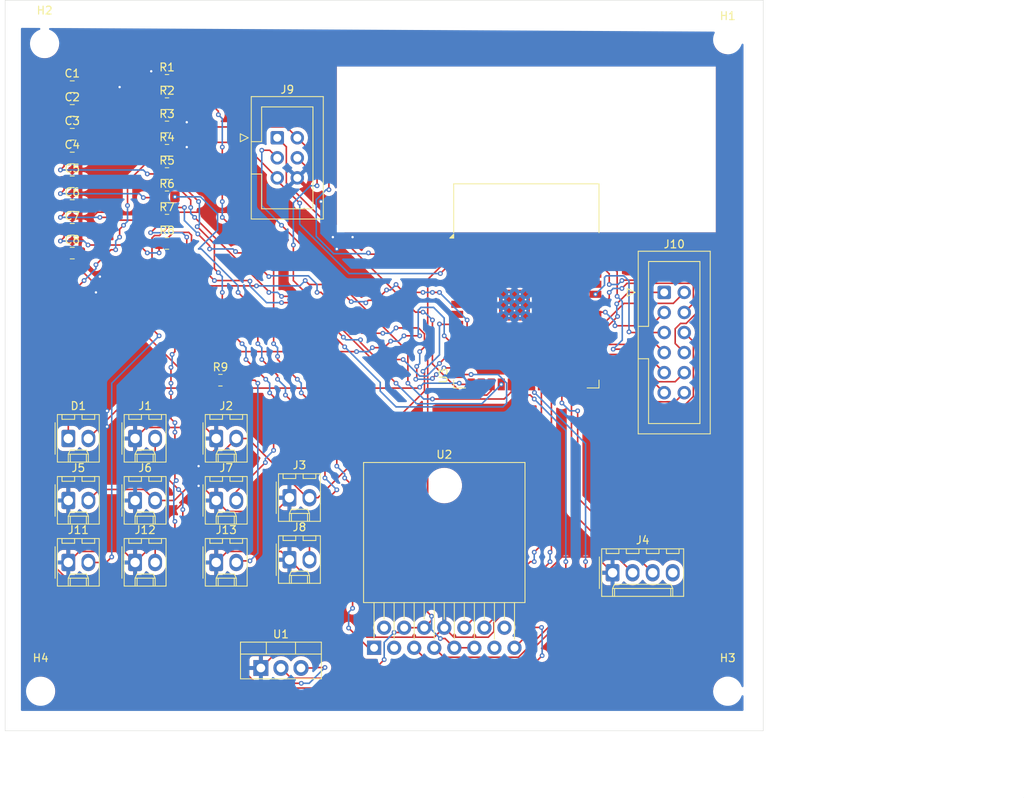
<source format=kicad_pcb>
(kicad_pcb (version 20240108) (generator "pcbnew") (generator_version "8.0")
  (layers (0 "F.Cu" signal) (31 "B.Cu" signal) (34 "B.Paste" user) (35 "F.Paste" user) (36 "B.SilkS" user "B.Silkscreen") (37 "F.SilkS" user "F.Silkscreen") (38 "B.Mask" user) (39 "F.Mask" user) (44 "Edge.Cuts" user))
  (net 0 "")
  (net 1 "GND")
  (net 2 "V1Out")
  (net 3 "PB3")
  (net 4 "PB1")
  (net 5 "PB5")
  (net 6 "PB2")
  (net 7 "PB4")
  (net 8 "LEDIN")
  (net 9 "Net-(D1-K)")
  (net 10 "Net-(J1-Pin_2)")
  (net 11 "speakIN")
  (net 12 "inTrig")
  (net 13 "outEcho")
  (net 14 "+5V")
  (net 15 "Net-(J7-Pin_2)")
  (net 16 "Net-(J8-Pin_2)")
  (net 17 "SCK")
  (net 18 "MISO")
  (net 19 "MOSI")
  (net 20 "RST")
  (net 21 "B")
  (net 22 "A")
  (net 23 "DIG4")
  (net 24 "DIG1")
  (net 25 "G")
  (net 26 "DIG2")
  (net 27 "E")
  (net 28 "C")
  (net 29 "DP")
  (net 30 "DIG3")
  (net 31 "D")
  (net 32 "F")
  (net 33 "Net-(J11-Pin_2)")
  (net 34 "Net-(J12-Pin_2)")
  (net 35 "Net-(J13-Pin_2)")
  (net 36 "Net-(U2-SENSE_A)")
  (net 37 "Net-(U2-SENSE_B)")
  (net 38 "O2")
  (net 39 "O1")
  (net 40 "IN1")
  (net 41 "IN3")
  (net 42 "O3")
  (net 43 "IN4")
  (net 44 "IN2")
  (net 45 "O4")
  (footprint "Resistor_SMD:R_0805_2012Metric_Pad1.20x1.40mm_HandSolder" (layer "F.Cu") (at 110.5 81.85)
    (property "Reference" "R7")
    (property "Value" "10k")
  )
  (footprint "Capacitor_SMD:C_0805_2012Metric_Pad1.18x1.45mm_HandSolder" (layer "F.Cu") (at 98.5 64.95)
    (property "Reference" "C1")
    (property "Value" "100uF")
  )
  (footprint "Connector_Molex:Molex_KK-254_AE-6410-02A_1x02_P2.54mm_Vertical" (layer "F.Cu") (at 126 124.85)
    (property "Reference" "J8")
    (property "Value" "Button")
  )
  (footprint "Capacitor_SMD:C_0805_2012Metric_Pad1.18x1.45mm_HandSolder" (layer "F.Cu") (at 98.5 70.97)
    (property "Reference" "C3")
    (property "Value" "100uF")
  )
  (footprint "Connector_Molex:Molex_KK-254_AE-6410-02A_1x02_P2.54mm_Vertical" (layer "F.Cu") (at 106.46 125.2)
    (property "Reference" "J12")
    (property "Value" "Button")
  )
  (footprint "Capacitor_SMD:C_0805_2012Metric_Pad1.18x1.45mm_HandSolder" (layer "F.Cu") (at 98.5 67.96)
    (property "Reference" "C2")
    (property "Value" "100uF")
  )
  (footprint "Connector_IDC:IDC-Header_2x03_P2.54mm_Vertical" (layer "F.Cu") (at 124.46 71.42)
    (property "Reference" "J9")
    (property "Value" "AVR-ISP-6")
  )
  (footprint "Capacitor_SMD:C_0805_2012Metric_Pad1.18x1.45mm_HandSolder" (layer "F.Cu") (at 98.5 76.99)
    (property "Reference" "C5")
    (property "Value" "1 uF")
  )
  (footprint "Capacitor_SMD:C_0805_2012Metric_Pad1.18x1.45mm_HandSolder" (layer "F.Cu") (at 98.5 80)
    (property "Reference" "C6")
    (property "Value" "1 uF")
  )
  (footprint "RF_Module:ESP32-S3-WROOM-1" (layer "F.Cu") (at 156 90.15)
    (property "Reference" "U3")
    (property "Value" "ESP32-S3-WROOM-1")
  )
  (footprint "MountingHole:MountingHole_3.2mm_M3" (layer "F.Cu") (at 181.5 141.5)
    (property "Reference" "H3")
    (property "Value" "MountingHole")
  )
  (footprint "Capacitor_SMD:C_0805_2012Metric_Pad1.18x1.45mm_HandSolder" (layer "F.Cu") (at 98.5 73.98)
    (property "Reference" "C4")
    (property "Value" "1 uF")
  )
  (footprint "Connector_Molex:Molex_KK-254_AE-6410-02A_1x02_P2.54mm_Vertical" (layer "F.Cu") (at 126 117)
    (property "Reference" "J3")
    (property "Value" "Speaker 2")
  )
  (footprint "Resistor_SMD:R_0805_2012Metric_Pad1.20x1.40mm_HandSolder" (layer "F.Cu") (at 110.5 78.9)
    (property "Reference" "R6")
    (property "Value" "10k")
  )
  (footprint "Capacitor_SMD:C_0805_2012Metric_Pad1.18x1.45mm_HandSolder" (layer "F.Cu") (at 98.5 86.02)
    (property "Reference" "C8")
    (property "Value" "1 uF")
  )
  (footprint "Package_TO_SOT_THT:TO-220-3_Vertical" (layer "F.Cu") (at 122.385 138.56)
    (property "Reference" "U1")
    (property "Value" "LM350_TO220")
  )
  (footprint "MountingHole:MountingHole_3.2mm_M3" (layer "F.Cu") (at 95 59.5)
    (property "Reference" "H2")
    (property "Value" "MountingHole")
  )
  (footprint "Package_TO_SOT_THT:TO-220-15_P2.54x2.54mm_StaggerOdd_Lead5.84mm_TabDown" (layer "F.Cu") (at 136.72 136)
    (property "Reference" "U2")
    (property "Value" "L298HN")
  )
  (footprint "MountingHole:MountingHole_3.2mm_M3" (layer "F.Cu") (at 94.5 141.5)
    (property "Reference" "H4")
    (property "Value" "MountingHole")
  )
  (footprint "Resistor_SMD:R_0805_2012Metric_Pad1.20x1.40mm_HandSolder" (layer "F.Cu") (at 110.5 84.8)
    (property "Reference" "R8")
    (property "Value" "10k")
  )
  (footprint "Connector_Molex:Molex_KK-254_AE-6410-02A_1x02_P2.54mm_Vertical" (layer "F.Cu") (at 116.73 117.35)
    (property "Reference" "J7")
    (property "Value" "Button")
  )
  (footprint "Resistor_SMD:R_0805_2012Metric_Pad1.20x1.40mm_HandSolder" (layer "F.Cu") (at 110.5 67.1)
    (property "Reference" "R2")
    (property "Value" "0.5")
  )
  (footprint "Connector_Molex:Molex_KK-254_AE-6410-02A_1x02_P2.54mm_Vertical" (layer "F.Cu") (at 98 109.5)
    (property "Reference" "D1")
    (property "Value" "LED")
  )
  (footprint "Connector_IDC:IDC-Header_2x06_P2.54mm_Vertical" (layer "F.Cu") (at 173.46 91)
    (property "Reference" "J10")
    (property "Value" "7 Segment Display")
  )
  (footprint "Connector_Molex:Molex_KK-254_AE-6410-02A_1x02_P2.54mm_Vertical" (layer "F.Cu") (at 106.46 117.35)
    (property "Reference" "J6")
    (property "Value" "Speaker 4")
  )
  (footprint "Capacitor_SMD:C_0805_2012Metric_Pad1.18x1.45mm_HandSolder" (layer "F.Cu") (at 98.5 83.01)
    (property "Reference" "C7")
    (property "Value" "1 uF")
  )
  (footprint "MountingHole:MountingHole_3.2mm_M3" (layer "F.Cu") (at 181.5 59)
    (property "Reference" "H1")
    (property "Value" "MountingHole")
  )
  (footprint "Connector_Molex:Molex_KK-254_AE-6410-02A_1x02_P2.54mm_Vertical" (layer "F.Cu") (at 116.73 109.5)
    (property "Reference" "J2")
    (property "Value" "Speaker 1")
  )
  (footprint "Connector_Molex:Molex_KK-254_AE-6410-02A_1x02_P2.54mm_Vertical" (layer "F.Cu") (at 106.46 109.5)
    (property "Reference" "J1")
    (property "Value" "Vin")
  )
  (footprint "Resistor_SMD:R_0805_2012Metric_Pad1.20x1.40mm_HandSolder" (layer "F.Cu") (at 110.5 70.05)
    (property "Reference" "R3")
    (property "Value" "10k")
  )
  (footprint "Connector_Molex:Molex_KK-254_AE-6410-02A_1x02_P2.54mm_Vertical" (layer "F.Cu") (at 98 125.2)
    (property "Reference" "J11")
    (property "Value" "Button")
  )
  (footprint "Resistor_SMD:R_0805_2012Metric_Pad1.20x1.40mm_HandSolder" (layer "F.Cu") (at 110.5 73)
    (property "Reference" "R4")
    (property "Value" "300")
  )
  (footprint "Connector_Molex:Molex_KK-254_AE-6410-02A_1x02_P2.54mm_Vertical" (layer "F.Cu") (at 98 117.35)
    (property "Reference" "J5")
    (property "Value" "Speaker 3")
  )
  (footprint "Resistor_SMD:R_0805_2012Metric_Pad1.20x1.40mm_HandSolder" (layer "F.Cu") (at 110.5 75.95)
    (property "Reference" "R5")
    (property "Value" "10k")
  )
  (footprint "Connector_Molex:Molex_KK-254_AE-6410-04A_1x04_P2.54mm_Vertical" (layer "F.Cu") (at 166.92 126.5)
    (property "Reference" "J4")
    (property "Value" "Conn_01x04")
  )
  (footprint "Connector_Molex:Molex_KK-254_AE-6410-02A_1x02_P2.54mm_Vertical" (layer "F.Cu") (at 116.73 125.2)
    (property "Reference" "J13")
    (property "Value" "Button")
  )
  (footprint "Resistor_SMD:R_0805_2012Metric_Pad1.20x1.40mm_HandSolder" (layer "F.Cu") (at 110.5 64.15)
    (property "Reference" "R1")
    (property "Value" "0.5")
  )
  (footprint "Resistor_SMD:R_0805_2012Metric_Pad1.20x1.40mm_HandSolder" (layer "F.Cu") (at 117.265 102.12)
    (property "Reference" "R9")
    (property "Value" "10k")
  )
  (gr_line (start 186 146.5) (end 186 93.5) (stroke (width 0.05)) (layer "Edge.Cuts"))
  (gr_line (start 90 54) (end 186 54) (stroke (width 0.05)) (layer "Edge.Cuts"))
  (gr_line (start 186 146.5) (end 90 146.5) (stroke (width 0.05)) (layer "Edge.Cuts"))
  (gr_line (start 186 93.5) (end 186 54) (stroke (width 0.05)) (layer "Edge.Cuts"))
  (gr_line (start 90 146.5) (end 90 54) (stroke (width 0.05)) (layer "Edge.Cuts"))
  (gr_line (start 219 155) (end 219 155) (stroke (width 0.05)) (layer "Edge.Cuts"))
  (segment (start 102.9 92.4) (end 101.5 91) (width 0.2) (layer "F.Cu") (net 1))
  (segment (start 115.335 108.105) (end 107.855 108.105) (width 0.2) (layer "F.Cu") (net 1))
  (segment (start 105.065 123.805) (end 106.46 125.2) (width 0.2) (layer "F.Cu") (net 1))
  (segment (start 106.46 122.41) (end 105.065 123.805) (width 0.2) (layer "F.Cu") (net 1))
  (segment (start 151.89 132.825686) (end 151.89 133.957057) (width 0.2) (layer "F.Cu") (net 1))
  (segment (start 98 125.2) (end 99.395 123.805) (width 0.2) (layer "F.Cu") (net 1))
  (segment (start 104.4 109.5) (end 102.9 108) (width 0.2) (layer "F.Cu") (net 1))
  (segment (start 160.5 124.5) (end 154.142157 130.857843) (width 0.2) (layer "F.Cu") (net 1))
  (segment (start 99.5375 64.95) (end 104.45 64.95) (width 0.2) (layer "F.Cu") (net 1))
  (segment (start 144.34 134.66) (end 135.81 134.66) (width 0.2) (layer "F.Cu") (net 1))
  (segment (start 107.855 123.805) (end 107.855 122.296471) (width 0.2) (layer "F.Cu") (net 1))
  (segment (start 135.89 84.89) (end 147.25 84.89) (width 0.2) (layer "F.Cu") (net 1))
  (segment (start 116.73 109.5) (end 115.335 108.105) (width 0.2) (layer "F.Cu") (net 1))
  (segment (start 114.5 115.5) (end 114.88 115.5) (width 0.2) (layer "F.Cu") (net 1))
  (segment (start 99.5375 64.95) (end 99.5375 67.96) (width 0.2) (layer "F.Cu") (net 1))
  (segment (start 132 84.5) (end 131.5 84) (width 0.2) (layer "F.Cu") (net 1))
  (segment (start 111.5 64.15) (end 111.5 67.1) (width 0.2) (layer "F.Cu") (net 1))
  (segment (start 134 84) (end 135 84) (width 0.2) (layer "F.Cu") (net 1))
  (segment (start 135.81 134.66) (end 126 124.85) (width 0.2) (layer "F.Cu") (net 1))
  (segment (start 104.45 64.95) (end 104.5 65) (width 0.2) (layer "F.Cu") (net 1))
  (segment (start 99.395 123.805) (end 105.065 123.805) (width 0.2) (layer "F.Cu") (net 1))
  (segment (start 128.35 80.85) (end 131.5 84) (width 0.2) (layer "F.Cu") (net 1))
  (segment (start 106.46 125.2) (end 107.855 123.805) (width 0.2) (layer "F.Cu") (net 1))
  (segment (start 116.73 117.35) (end 118.125 118.745) (width 0.2) (layer "F.Cu") (net 1))
  (segment (start 116.73 110.77) (end 114.5 113) (width 0.2) (layer "F.Cu") (net 1))
  (segment (start 108.5 63) (end 110.35 63) (width 0.2) (layer "F.Cu") (net 1))
  (segment (start 99.5375 73.98) (end 99.5375 76.99) (width 0.2) (layer "F.Cu") (net 1))
  (segment (start 151.187057 134.66) (end 146.81 134.66) (width 0.2) (layer "F.Cu") (net 1))
  (segment (start 135 84) (end 135.89 84.89) (width 0.2) (layer "F.Cu") (net 1))
  (segment (start 111.5 67.95) (end 113 69.45) (width 0.2) (layer "F.Cu") (net 1))
  (segment (start 99.5375 86.5375) (end 99.5375 86.02) (width 0.2) (layer "F.Cu") (net 1))
  (segment (start 154.5 91.91) (end 161.52 84.89) (width 0.2) (layer "F.Cu") (net 1))
  (segment (start 124.255 118.745) (end 126 117) (width 0.2) (layer "F.Cu") (net 1))
  (segment (start 118.125 123.805) (end 124.955 123.805) (width 0.2) (layer "F.Cu") (net 1))
  (segment (start 114.88 115.5) (end 116.73 117.35) (width 0.2) (layer "F.Cu") (net 1))
  (segment (start 145.61 133.46) (end 145.54 133.46) (width 0.2) (layer "F.Cu") (net 1))
  (segment (start 116.73 109.5) (end 116.73 110.77) (width 0.2) (layer "F.Cu") (net 1))
  (segment (start 110.35 63) (end 111.5 64.15) (width 0.2) (layer "F.Cu") (net 1))
  (segment (start 124.955 123.805) (end 126 124.85) (width 0.2) (layer "F.Cu") (net 1))
  (segment (start 153.857843 130.857843) (end 151.89 132.825686) (width 0.2) (layer "F.Cu") (net 1))
  (segment (start 98 125.2) (end 98 117.35) (width 0.2) (layer "F.Cu") (net 1))
  (segment (start 132 85.5) (end 132 84.5) (width 0.2) (layer "F.Cu") (net 1))
  (segment (start 148.93 84.89) (end 147.25 84.89) (width 0.2) (layer "F.Cu") (net 1))
  (segment (start 154.142157 130.857843) (end 153.857843 130.857843) (width 0.2) (layer "F.Cu") (net 1))
  (segment (start 116.73 117.35) (end 116.73 125.2) (width 0.2) (layer "F.Cu") (net 1))
  (segment (start 99.5375 83.01) (end 99.5375 80) (width 0.2) (layer "F.Cu") (net 1))
  (segment (start 126 124.85) (end 126 134.945) (width 0.2) (layer "F.Cu") (net 1))
  (segment (start 101.6975 80.85) (end 128.35 80.85) (width 0.2) (layer "F.Cu") (net 1))
  (segment (start 151.89 133.957057) (end 151.187057 134.66) (width 0.2) (layer "F.Cu") (net 1))
  (segment (start 106.46 117.35) (end 106.46 122.41) (width 0.2) (layer "F.Cu") (net 1))
  (segment (start 99.5375 83.01) (end 101.6975 80.85) (width 0.2) (layer "F.Cu") (net 1))
  (segment (start 99.5375 76.99) (end 99.5375 80) (width 0.2) (layer "F.Cu") (net 1))
  (segment (start 166.92 126.5) (end 164.92 124.5) (width 0.2) (layer "F.Cu") (net 1))
  (segment (start 99.5375 67.96) (end 99.5375 70.97) (width 0.2) (layer "F.Cu") (net 1))
  (segment (start 116.73 125.2) (end 118.125 123.805) (width 0.2) (layer "F.Cu") (net 1))
  (segment (start 161.52 84.89) (end 164.75 84.89) (width 0.2) (layer "F.Cu") (net 1))
  (segment (start 99.5375 83.01) (end 99.5375 86.02) (width 0.2) (layer "F.Cu") (net 1))
  (segment (start 154.5 90.46) (end 148.93 84.89) (width 0.2) (layer "F.Cu") (net 1))
  (segment (start 154.5 92.61) (end 154.5 90.46) (width 0.2) (layer "F.Cu") (net 1))
  (segment (start 126 134.945) (end 122.385 138.56) (width 0.2) (layer "F.Cu") (net 1))
  (segment (start 99.5375 70.97) (end 99.5375 73.98) (width 0.2) (layer "F.Cu") (net 1))
  (segment (start 145.54 133.46) (end 144.34 134.66) (width 0.2) (layer "F.Cu") (net 1))
  (segment (start 146.81 134.66) (end 145.61 133.46) (width 0.2) (layer "F.Cu") (net 1))
  (segment (start 107.855 108.105) (end 106.46 109.5) (width 0.2) (layer "F.Cu") (net 1))
  (segment (start 106.46 109.5) (end 104.4 109.5) (width 0.2) (layer "F.Cu") (net 1))
  (segment (start 107.855 122.296471) (end 112.801471 117.35) (width 0.2) (layer "F.Cu") (net 1))
  (segment (start 164.92 124.5) (end 160.5 124.5) (width 0.2) (layer "F.Cu") (net 1))
  (segment (start 118.125 118.745) (end 124.255 118.745) (width 0.2) (layer "F.Cu") (net 1))
  (segment (start 113 72.6) (end 111.9 72.6) (width 0.2) (layer "F.Cu") (net 1))
  (segment (start 112.801471 117.35) (end 116.73 117.35) (width 0.2) (layer "F.Cu") (net 1))
  (segment (start 102.9 106) (end 102.9 92.4) (width 0.2) (layer "F.Cu") (net 1))
  (segment (start 102 89) (end 99.5375 86.5375) (width 0.2) (layer "F.Cu") (net 1))
  (segment (start 127 76.5) (end 130 79.5) (width 0.2) (layer "F.Cu") (net 1))
  (segment (start 111.9 72.6) (end 111.5 73) (width 0.2) (layer "F.Cu") (net 1))
  (segment (start 111.5 67.1) (end 111.5 67.95) (width 0.2) (layer "F.Cu") (net 1))
  (via (at 131.5 84) (size 0.6) (drill 0.3) (layers "F.Cu" "B.Cu") (net 1))
  (via (at 113 69.45) (size 0.6) (drill 0.3) (layers "F.Cu" "B.Cu") (net 1))
  (via (at 114.5 113) (size 0.6) (drill 0.3) (layers "F.Cu" "B.Cu") (net 1))
  (via (at 101.5 91) (size 0.6) (drill 0.3) (layers "F.Cu" "B.Cu") (net 1))
  (via (at 102.9 108) (size 0.6) (drill 0.3) (layers "F.Cu" "B.Cu") (net 1))
  (via (at 108.5 63) (size 0.6) (drill 0.3) (layers "F.Cu" "B.Cu") (net 1))
  (via (at 130 79.5) (size 0.6) (drill 0.3) (layers "F.Cu" "B.Cu") (net 1))
  (via (at 132 85.5) (size 0.6) (drill 0.3) (layers "F.Cu" "B.Cu") (net 1))
  (via (at 102 89) (size 0.6) (drill 0.3) (layers "F.Cu" "B.Cu") (net 1))
  (via (at 102.9 106) (size 0.6) (drill 0.3) (layers "F.Cu" "B.Cu") (net 1))
  (via (at 114.5 115.5) (size 0.6) (drill 0.3) (layers "F.Cu" "B.Cu") (net 1))
  (via (at 104.5 65) (size 0.6) (drill 0.3) (layers "F.Cu" "B.Cu") (net 1))
  (via (at 134 84) (size 0.6) (drill 0.3) (layers "F.Cu" "B.Cu") (net 1))
  (via (at 113 72.6) (size 0.6) (drill 0.3) (layers "F.Cu" "B.Cu") (net 1))
  (segment (start 130 79.5) (end 130 83.5) (width 0.2) (layer "B.Cu") (net 1))
  (segment (start 104.5 65) (end 105 64.5) (width 0.2) (layer "B.Cu") (net 1))
  (segment (start 131.5 84) (end 134 84) (width 0.2) (layer "B.Cu") (net 1))
  (segment (start 114.5 113) (end 114.5 115.5) (width 0.2) (layer "B.Cu") (net 1))
  (segment (start 101.5 89.5) (end 102 89) (width 0.2) (layer "B.Cu") (net 1))
  (segment (start 102.9 108) (end 102.9 106) (width 0.2) (layer "B.Cu") (net 1))
  (segment (start 101.5 91) (end 101.5 89.5) (width 0.2) (layer "B.Cu") (net 1))
  (segment (start 105 64.5) (end 107 64.5) (width 0.2) (layer "B.Cu") (net 1))
  (segment (start 130 83.5) (end 132 85.5) (width 0.2) (layer "B.Cu") (net 1))
  (segment (start 107 64.5) (end 108.5 63) (width 0.2) (layer "B.Cu") (net 1))
  (segment (start 113 69.45) (end 113 72.6) (width 0.2) (layer "B.Cu") (net 1))
  (segment (start 144 132) (end 144 132.53) (width 0.2) (layer "F.Cu") (net 2))
  (segment (start 144 132) (end 143.51 131.51) (width 0.2) (layer "F.Cu") (net 2))
  (segment (start 143.51 89.37) (end 146.72 86.16) (width 0.2) (layer "F.Cu") (net 2))
  (segment (start 146.88 136) (end 149.42 136) (width 0.2) (layer "F.Cu") (net 2))
  (segment (start 146.88 136) (end 145.711545 134.831545) (width 0.2) (layer "F.Cu") (net 2))
  (segment (start 127 71.42) (end 125.63 70.05) (width 0.2) (layer "F.Cu") (net 2))
  (segment (start 136 86) (end 136.16 86.16) (width 0.2) (layer "F.Cu") (net 2))
  (segment (start 143.51 131.51) (end 143.51 89.37) (width 0.2) (layer "F.Cu") (net 2))
  (segment (start 124.925 138.56) (end 126.225 139.86) (width 0.2) (layer "F.Cu") (net 2))
  (segment (start 104.740256 63.925) (end 109.865256 69.05) (width 0.2) (layer "F.Cu") (net 2))
  (segment (start 98.4875 63.925) (end 104.740256 63.925) (width 0.2) (layer "F.Cu") (net 2))
  (segment (start 139.254912 134.06) (end 139.93 134.06) (width 0.2) (layer "F.Cu") (net 2))
  (segment (start 145.711545 134.831545) (end 145.11118 134.831545) (width 0.2) (layer "F.Cu") (net 2))
  (segment (start 135.64 139.86) (end 138 137.5) (width 0.2) (layer "F.Cu") (net 2))
  (segment (start 110.5 69.05) (end 111.5 70.05) (width 0.2) (layer "F.Cu") (net 2))
  (segment (start 127 71.42) (end 131 75.42) (width 0.2) (layer "F.Cu") (net 2))
  (segment (start 140.53 133.46) (end 143.07 133.46) (width 0.2) (layer "F.Cu") (net 2))
  (segment (start 131 75.42) (end 131 78) (width 0.2) (layer "F.Cu") (net 2))
  (segment (start 109.865256 69.05) (end 110.5 69.05) (width 0.2) (layer "F.Cu") (net 2))
  (segment (start 144 132.53) (end 143.07 133.46) (width 0.2) (layer "F.Cu") (net 2))
  (segment (start 125.63 70.05) (end 111.5 70.05) (width 0.2) (layer "F.Cu") (net 2))
  (segment (start 126.225 139.86) (end 135.64 139.86) (width 0.2) (layer "F.Cu") (net 2))
  (segment (start 97.4625 64.95) (end 98.4875 63.925) (width 0.2) (layer "F.Cu") (net 2))
  (segment (start 139.93 134.06) (end 140.53 133.46) (width 0.2) (layer "F.Cu") (net 2))
  (segment (start 97.4625 67.96) (end 97.4625 64.95) (width 0.2) (layer "F.Cu") (net 2))
  (segment (start 136.16 86.16) (end 147.25 86.16) (width 0.2) (layer "F.Cu") (net 2))
  (segment (start 97.4625 70.97) (end 97.4625 67.96) (width 0.2) (layer "F.Cu") (net 2))
  (segment (start 146.72 86.16) (end 147.25 86.16) (width 0.2) (layer "F.Cu") (net 2))
  (via (at 138 137.5) (size 0.6) (drill 0.3) (layers "F.Cu" "B.Cu") (net 2))
  (via (at 144 132) (size 0.6) (drill 0.3) (layers "F.Cu" "B.Cu") (net 2))
  (via (at 131 78) (size 0.6) (drill 0.3) (layers "F.Cu" "B.Cu") (net 2))
  (via (at 136 86) (size 0.6) (drill 0.3) (layers "F.Cu" "B.Cu") (net 2))
  (via (at 145.11118 134.831545) (size 0.6) (drill 0.3) (layers "F.Cu" "B.Cu") (net 2))
  (via (at 139.254912 134.06) (size 0.6) (drill 0.3) (layers "F.Cu" "B.Cu") (net 2))
  (segment (start 144 133.720365) (end 144 132) (width 0.2) (layer "B.Cu") (net 2))
  (segment (start 138 137.5) (end 138 135.314912) (width 0.2) (layer "B.Cu") (net 2))
  (segment (start 131 78) (end 130.651471 78) (width 0.2) (layer "B.Cu") (net 2))
  (segment (start 129.4 79.251471) (end 129.4 83.9) (width 0.2) (layer "B.Cu") (net 2))
  (segment (start 145.11118 134.831545) (end 144 133.720365) (width 0.2) (layer "B.Cu") (net 2))
  (segment (start 138 135.314912) (end 139.254912 134.06) (width 0.2) (layer "B.Cu") (net 2))
  (segment (start 135.9 86.1) (end 136 86) (width 0.2) (layer "B.Cu") (net 2))
  (segment (start 131.6 86.1) (end 135.9 86.1) (width 0.2) (layer "B.Cu") (net 2))
  (segment (start 130.651471 78) (end 129.4 79.251471) (width 0.2) (layer "B.Cu") (net 2))
  (segment (start 129.4 83.9) (end 131.6 86.1) (width 0.2) (layer "B.Cu") (net 2))
  (segment (start 137.151471 99.5) (end 140.4 99.5) (width 0.2) (layer "F.Cu") (net 3))
  (segment (start 108 76) (end 109.45 76) (width 0.2) (layer "F.Cu") (net 3))
  (segment (start 145 100) (end 146.14 98.86) (width 0.2) (layer "F.Cu") (net 3))
  (segment (start 112.084744 77.9) (end 113.5 79.315256) (width 0.2) (layer "F.Cu") (net 3))
  (segment (start 113.5 79.315256) (end 113.5 80.25) (width 0.2) (layer "F.Cu") (net 3))
  (segment (start 127.65147 91.5) (end 132.825735 96.674265) (width 0.2) (layer "F.Cu") (net 3))
  (segment (start 135 97.348529) (end 137.151471 99.5) (width 0.2) (layer "F.Cu") (net 3))
  (segment (start 109.45 76) (end 109.5 75.95) (width 0.2) (layer "F.Cu") (net 3))
  (segment (start 109.5 75.95) (end 111.45 77.9) (width 0.2) (layer "F.Cu") (net 3))
  (segment (start 114 81.5) (end 123.4 90.9) (width 0.2) (layer "F.Cu") (net 3))
  (segment (start 111.45 77.9) (end 112.084744 77.9) (width 0.2) (layer "F.Cu") (net 3))
  (segment (start 146.14 98.86) (end 147.25 98.86) (width 0.2) (layer "F.Cu") (net 3))
  (segment (start 125 91.5) (end 127.65147 91.5) (width 0.2) (layer "F.Cu") (net 3))
  (segment (start 97.4625 75.0375) (end 97 75.5) (width 0.2) (layer "F.Cu") (net 3))
  (segment (start 135 97) (end 135 97.348529) (width 0.2) (layer "F.Cu") (net 3))
  (segment (start 97.4625 73.98) (end 97.4625 75.0375) (width 0.2) (layer "F.Cu") (net 3))
  (segment (start 123.4 90.9) (end 123.4 91) (width 0.2) (layer "F.Cu") (net 3))
  (via (at 113.5 80.25) (size 0.6) (drill 0.3) (layers "F.Cu" "B.Cu") (net 3))
  (via (at 135 97) (size 0.6) (drill 0.3) (layers "F.Cu" "B.Cu") (net 3))
  (via (at 145 100) (size 0.6) (drill 0.3) (layers "F.Cu" "B.Cu") (net 3))
  (via (at 125 91.5) (size 0.6) (drill 0.3) (layers "F.Cu" "B.Cu") (net 3))
  (via (at 123.4 91) (size 0.6) (drill 0.3) (layers "F.Cu" "B.Cu") (net 3))
  (via (at 132.825735 96.674265) (size 0.6) (drill 0.3) (layers "F.Cu" "B.Cu") (net 3))
  (via (at 108 76) (size 0.6) (drill 0.3) (layers "F.Cu" "B.Cu") (net 3))
  (via (at 140.4 99.5) (size 0.6) (drill 0.3) (layers "F.Cu" "B.Cu") (net 3))
  (via (at 97 75.5) (size 0.6) (drill 0.3) (layers "F.Cu" "B.Cu") (net 3))
  (via (at 114 81.5) (size 0.6) (drill 0.3) (layers "F.Cu" "B.Cu") (net 3))
  (segment (start 107.5 75.5) (end 108 76) (width 0.2) (layer "B.Cu") (net 3))
  (segment (start 124.5 91) (end 125 91.5) (width 0.2) (layer "B.Cu") (net 3))
  (segment (start 113.5 80.25) (end 113.5 81) (width 0.2) (layer "B.Cu") (net 3))
  (segment (start 97 75.5) (end 107.5 75.5) (width 0.2) (layer "B.Cu") (net 3))
  (segment (start 113.5 81) (end 114 81.5) (width 0.2) (layer "B.Cu") (net 3))
  (segment (start 140.4 99.5) (end 142.5 101.6) (width 0.2) (layer "B.Cu") (net 3))
  (segment (start 123.4 91) (end 124.5 91) (width 0.2) (layer "B.Cu") (net 3))
  (segment (start 132.825735 96.674265) (end 133.15147 97) (width 0.2) (layer "B.Cu") (net 3))
  (segment (start 143.4 101.6) (end 145 100) (width 0.2) (layer "B.Cu") (net 3))
  (segment (start 133.15147 97) (end 135 97) (width 0.2) (layer "B.Cu") (net 3))
  (segment (start 142.5 101.6) (end 143.4 101.6) (width 0.2) (layer "B.Cu") (net 3))
  (segment (start 97.4625 76.99) (end 97.4625 78.0375) (width 0.2) (layer "F.Cu") (net 4))
  (segment (start 119.174265 85.825735) (end 119.34853 86) (width 0.2) (layer "F.Cu") (net 4))
  (segment (start 142.348529 95.5) (end 143.1 96.251471) (width 0.2) (layer "F.Cu") (net 4))
  (segment (start 142.124265 101.875735) (end 142 102) (width 0.2) (layer "F.Cu") (net 4))
  (segment (start 119.34853 86) (end 120.4 86) (width 0.2) (layer "F.Cu") (net 4))
  (segment (start 109.5 80) (end 109.75 80.25) (width 0.2) (layer "F.Cu") (net 4))
  (segment (start 114.40147 83.59853) (end 115.9 85.09706) (width 0.2) (layer "F.Cu") (net 4))
  (segment (start 144.11 101.9) (end 144.11 101.89) (width 0.2) (layer "F.Cu") (net 4))
  (segment (start 144.11 101.89) (end 144.600735 101.399265) (width 0.2) (layer "F.Cu") (net 4))
  (segment (start 130 91) (end 135.174265 96.174265) (width 0.2) (layer "F.Cu") (net 4))
  (segment (start 109.5 78.9) (end 109.5 80) (width 0.2) (layer "F.Cu") (net 4))
  (segment (start 139.5 95.5) (end 142.348529 95.5) (width 0.2) (layer "F.Cu") (net 4))
  (segment (start 135.174265 96.174265) (end 137.825735 96.174265) (width 0.2) (layer "F.Cu") (net 4))
  (segment (start 143.1 96.251471) (end 143.1 97.9) (width 0.2) (layer "F.Cu") (net 4))
  (segment (start 146.814313 100.565687) (end 147.25 100.13) (width 0.2) (layer "F.Cu") (net 4))
  (segment (start 145.565687 100.565687) (end 146.814313 100.565687) (width 0.2) (layer "F.Cu") (net 4))
  (segment (start 115.9 85.09706) (end 115.9 85.5) (width 0.2) (layer "F.Cu") (net 4))
  (segment (start 142.124265 100.375735) (end 142.124265 101.875735) (width 0.2) (layer "F.Cu") (net 4))
  (segment (start 97.4625 78.0375) (end 97 78.5) (width 0.2) (layer "F.Cu") (net 4))
  (segment (start 129.5 91) (end 130 91) (width 0.2) (layer "F.Cu") (net 4))
  (segment (start 108.6 78.9) (end 109.5 78.9) (width 0.2) (layer "F.Cu") (net 4))
  (segment (start 107.5 79) (end 108.5 79) (width 0.2) (layer "F.Cu") (net 4))
  (segment (start 120.4 86) (end 123.4 89) (width 0.2) (layer "F.Cu") (net 4))
  (segment (start 108.5 79) (end 108.6 78.9) (width 0.2) (layer "F.Cu") (net 4))
  (segment (start 109.75 80.25) (end 112.699997 80.25) (width 0.2) (layer "F.Cu") (net 4))
  (segment (start 143.1 97.9) (end 142.5 98.5) (width 0.2) (layer "F.Cu") (net 4))
  (via (at 142 102) (size 0.6) (drill 0.3) (layers "F.Cu" "B.Cu") (net 4))
  (via (at 115.9 85.5) (size 0.6) (drill 0.3) (layers "F.Cu" "B.Cu") (net 4))
  (via (at 144.600735 101.399265) (size 0.6) (drill 0.3) (layers "F.Cu" "B.Cu") (net 4))
  (via (at 145.565687 100.565687) (size 0.6) (drill 0.3) (layers "F.Cu" "B.Cu") (net 4))
  (via (at 142.124265 100.375735) (size 0.6) (drill 0.3) (layers "F.Cu" "B.Cu") (net 4))
  (via (at 107.5 79) (size 0.6) (drill 0.3) (layers "F.Cu" "B.Cu") (net 4))
  (via (at 119.174265 85.825735) (size 0.6) (drill 0.3) (layers "F.Cu" "B.Cu") (net 4))
  (via (at 139.5 95.5) (size 0.6) (drill 0.3) (layers "F.Cu" "B.Cu") (net 4))
  (via (at 112.699997 80.25) (size 0.6) (drill 0.3) (layers "F.Cu" "B.Cu") (net 4))
  (via (at 142.5 98.5) (size 0.6) (drill 0.3) (layers "F.Cu" "B.Cu") (net 4))
  (via (at 123.4 89) (size 0.6) (drill 0.3) (layers "F.Cu" "B.Cu") (net 4))
  (via (at 129.5 91) (size 0.6) (drill 0.3) (layers "F.Cu" "B.Cu") (net 4))
  (via (at 144.11 101.9) (size 0.6) (drill 0.3) (layers "F.Cu" "B.Cu") (net 4))
  (via (at 137.825735 96.174265) (size 0.6) (drill 0.3) (layers "F.Cu" "B.Cu") (net 4))
  (via (at 114.40147 83.59853) (size 0.6) (drill 0.3) (layers "F.Cu" "B.Cu") (net 4))
  (via (at 97 78.5) (size 0.6) (drill 0.3) (layers "F.Cu" "B.Cu") (net 4))
  (segment (start 144.600735 101.399265) (end 144.732109 101.399265) (width 0.2) (layer "B.Cu") (net 4))
  (segment (start 123.5 88.9) (end 128.4 88.9) (width 0.2) (layer "B.Cu") (net 4))
  (segment (start 142 102) (end 144.01 102) (width 0.2) (layer "B.Cu") (net 4))
  (segment (start 138.825735 96.174265) (end 139.5 95.5) (width 0.2) (layer "B.Cu") (net 4))
  (segment (start 123.4 89) (end 123.5 88.9) (width 0.2) (layer "B.Cu") (net 4))
  (segment (start 129.5 90) (end 129.5 91) (width 0.2) (layer "B.Cu") (net 4))
  (segment (start 112.699997 80.25) (end 112.699997 81.897057) (width 0.2) (layer "B.Cu") (net 4))
  (segment (start 144.732109 101.399265) (end 145.565687 100.565687) (width 0.2) (layer "B.Cu") (net 4))
  (segment (start 142.5 100) (end 142.124265 100.375735) (width 0.2) (layer "B.Cu") (net 4))
  (segment (start 144.01 102) (end 144.11 101.9) (width 0.2) (layer "B.Cu") (net 4))
  (segment (start 128.4 88.9) (end 129.5 90) (width 0.2) (layer "B.Cu") (net 4))
  (segment (start 97 78.5) (end 107 78.5) (width 0.2) (layer "B.Cu") (net 4))
  (segment (start 107 78.5) (end 107.5 79) (width 0.2) (layer "B.Cu") (net 4))
  (segment (start 115.9 85.5) (end 118.84853 85.5) (width 0.2) (layer "B.Cu") (net 4))
  (segment (start 112.699997 81.897057) (end 114.40147 83.59853) (width 0.2) (layer "B.Cu") (net 4))
  (segment (start 142.5 98.5) (end 142.5 100) (width 0.2) (layer "B.Cu") (net 4))
  (segment (start 137.825735 96.174265) (end 138.825735 96.174265) (width 0.2) (layer "B.Cu") (net 4))
  (segment (start 118.84853 85.5) (end 119.174265 85.825735) (width 0.2) (layer "B.Cu") (net 4))
  (segment (start 144.11 91) (end 145 91) (width 0.2) (layer "F.Cu") (net 5))
  (segment (start 135.674265 92.325735) (end 136 92) (width 0.2) (layer "F.Cu") (net 5))
  (segment (start 109.5 81.85) (end 109.5 82.366726) (width 0.2) (layer "F.Cu") (net 5))
  (segment (start 140.5 91) (end 142.91 91) (width 0.2) (layer "F.Cu") (net 5))
  (segment (start 97.4625 81.0375) (end 97 81.5) (width 0.2) (layer "F.Cu") (net 5))
  (segment (start 97.4625 80) (end 97.4625 81.0375) (width 0.2) (layer "F.Cu") (net 5))
  (segment (start 136 92) (end 137 92) (width 0.2) (layer "F.Cu") (net 5))
  (segment (start 148.2 96.32) (end 148.5 96.02) (width 0.2) (layer "F.Cu") (net 5))
  (segment (start 131.65147 90) (end 133.825735 92.174265) (width 0.2) (layer "F.Cu") (net 5))
  (segment (start 139.5 90) (end 140.5 91) (width 0.2) (layer "F.Cu") (net 5))
  (segment (start 103.35 81.85) (end 109.5 81.85) (width 0.2) (layer "F.Cu") (net 5))
  (segment (start 128 89.5) (end 128.5 90) (width 0.2) (layer "F.Cu") (net 5))
  (segment (start 137 92) (end 138.305024 90.694976) (width 0.2) (layer "F.Cu") (net 5))
  (segment (start 147.25 96.32) (end 148.2 96.32) (width 0.2) (layer "F.Cu") (net 5))
  (segment (start 113 84) (end 113 87.348529) (width 0.2) (layer "F.Cu") (net 5))
  (segment (start 115.825736 90.174265) (end 121.825735 90.174265) (width 0.2) (layer "F.Cu") (net 5))
  (segment (start 148.5 96.02) (end 148.5 94.5) (width 0.2) (layer "F.Cu") (net 5))
  (segment (start 109.5 82.366726) (end 108.423496 83.44323) (width 0.2) (layer "F.Cu") (net 5))
  (segment (start 113 87.348529) (end 115.825736 90.174265) (width 0.2) (layer "F.Cu") (net 5))
  (segment (start 103 81.5) (end 103.35 81.85) (width 0.2) (layer "F.Cu") (net 5))
  (segment (start 102 81.5) (end 103 81.5) (width 0.2) (layer "F.Cu") (net 5))
  (segment (start 128.5 90) (end 131.65147 90) (width 0.2) (layer "F.Cu") (net 5))
  (via (at 139.5 90) (size 0.6) (drill 0.3) (layers "F.Cu" "B.Cu") (net 5))
  (via (at 102 81.5) (size 0.6) (drill 0.3) (layers "F.Cu" "B.Cu") (net 5))
  (via (at 144.11 91) (size 0.6) (drill 0.3) (layers "F.Cu" "B.Cu") (net 5))
  (via (at 128 89.5) (size 0.6) (drill 0.3) (layers "F.Cu" "B.Cu") (net 5))
  (via (at 113 84) (size 0.6) (drill 0.3) (layers "F.Cu" "B.Cu") (net 5))
  (via (at 145 91) (size 0.6) (drill 0.3) (layers "F.Cu" "B.Cu") (net 5))
  (via (at 148.5 94.5) (size 0.6) (drill 0.3) (layers "F.Cu" "B.Cu") (net 5))
  (via (at 142.91 91) (size 0.6) (drill 0.3) (layers "F.Cu" "B.Cu") (net 5))
  (via (at 133.825735 92.174265) (size 0.6) (drill 0.3) (layers "F.Cu" "B.Cu") (net 5))
  (via (at 138.305024 90.694976) (size 0.6) (drill 0.3) (layers "F.Cu" "B.Cu") (net 5))
  (via (at 121.825735 90.174265) (size 0.6) (drill 0.3) (layers "F.Cu" "B.Cu") (net 5))
  (via (at 135.674265 92.325735) (size 0.6) (drill 0.3) (layers "F.Cu" "B.Cu") (net 5))
  (via (at 108.423496 83.44323) (size 0.6) (drill 0.3) (layers "F.Cu" "B.Cu") (net 5))
  (via (at 97 81.5) (size 0.6) (drill 0.3) (layers "F.Cu" "B.Cu") (net 5))
  (segment (start 121.825735 90.174265) (end 127.325735 90.174265) (width 0.2) (layer "B.Cu") (net 5))
  (segment (start 142.91 91) (end 144.11 91) (width 0.2) (layer "B.Cu") (net 5))
  (segment (start 133.825735 92.174265) (end 135.522795 92.174265) (width 0.2) (layer "B.Cu") (net 5))
  (segment (start 145 91) (end 148.5 94.5) (width 0.2) (layer "B.Cu") (net 5))
  (segment (start 138.805024 90.694976) (end 139.5 90) (width 0.2) (layer "B.Cu") (net 5))
  (segment (start 97 81.5) (end 102 81.5) (width 0.2) (layer "B.Cu") (net 5))
  (segment (start 112.44323 83.44323) (end 113 84) (width 0.2) (layer "B.Cu") (net 5))
  (segment (start 127.325735 90.174265) (end 128 89.5) (width 0.2) (layer "B.Cu") (net 5))
  (segment (start 135.522795 92.174265) (end 135.674265 92.325735) (width 0.2) (layer "B.Cu") (net 5))
  (segment (start 138.305024 90.694976) (end 138.805024 90.694976) (width 0.2) (layer "B.Cu") (net 5))
  (segment (start 108.423496 83.44323) (end 112.44323 83.44323) (width 0.2) (layer "B.Cu") (net 5))
  (segment (start 97.4625 84.0375) (end 97 84.5) (width 0.2) (layer "F.Cu") (net 6))
  (segment (start 109.5 86) (end 109.5 84.8) (width 0.2) (layer "F.Cu") (net 6))
  (segment (start 107 85) (end 108 86) (width 0.2) (layer "F.Cu") (net 6))
  (segment (start 113.6 86.6) (end 116.5 89.5) (width 0.2) (layer "F.Cu") (net 6))
  (segment (start 125 92.300003) (end 127.400003 92.300003) (width 0.2) (layer "F.Cu") (net 6))
  (segment (start 113.248529 83.4) (end 113.6 83.751471) (width 0.2) (layer "F.Cu") (net 6))
  (segment (start 109.5 86) (end 109.5 85.215256) (width 0.2) (layer "F.Cu") (net 6))
  (segment (start 109.5 85.215256) (end 111.315256 83.4) (width 0.2) (layer "F.Cu") (net 6))
  (segment (start 111.315256 83.4) (end 113.248529 83.4) (width 0.2) (layer "F.Cu") (net 6))
  (segment (start 116.5 89.5) (end 120.925735 89.5) (width 0.2) (layer "F.Cu") (net 6))
  (segment (start 97.4625 83.01) (end 97.4625 84.0375) (width 0.2) (layer "F.Cu") (net 6))
  (segment (start 100.5 85) (end 107 85) (width 0.2) (layer "F.Cu") (net 6))
  (segment (start 147.25 101.4) (end 148.999998 101.4) (width 0.2) (layer "F.Cu") (net 6))
  (segment (start 148.999998 101.4) (end 149 101.399998) (width 0.2) (layer "F.Cu") (net 6))
  (segment (start 127.400003 92.300003) (end 133 97.9) (width 0.2) (layer "F.Cu") (net 6))
  (segment (start 120.925735 89.5) (end 121 89.574265) (width 0.2) (layer "F.Cu") (net 6))
  (segment (start 113.6 83.751471) (end 113.6 86.6) (width 0.2) (layer "F.Cu") (net 6))
  (via (at 133 97.9) (size 0.6) (drill 0.3) (layers "F.Cu" "B.Cu") (net 6))
  (via (at 109.5 86) (size 0.6) (drill 0.3) (layers "F.Cu" "B.Cu") (net 6))
  (via (at 100.5 85) (size 0.6) (drill 0.3) (layers "F.Cu" "B.Cu") (net 6))
  (via (at 116.5 89.5) (size 0.6) (drill 0.3) (layers "F.Cu" "B.Cu") (net 6))
  (via (at 108 86) (size 0.6) (drill 0.3) (layers "F.Cu" "B.Cu") (net 6))
  (via (at 149 101.399998) (size 0.6) (drill 0.3) (layers "F.Cu" "B.Cu") (net 6))
  (via (at 149 101.399998) (size 0.6) (drill 0.3) (layers "F.Cu" "B.Cu") (net 6))
  (via (at 125 92.300003) (size 0.6) (drill 0.3) (layers "F.Cu" "B.Cu") (net 6))
  (via (at 121 89.574265) (size 0.6) (drill 0.3) (layers "F.Cu" "B.Cu") (net 6))
  (via (at 97 84.5) (size 0.6) (drill 0.3) (layers "F.Cu" "B.Cu") (net 6))
  (segment (start 152.423527 101.399998) (end 149 101.399998) (width 0.2) (layer "B.Cu") (net 6))
  (segment (start 133 97.9) (end 137.5 102.4) (width 0.2) (layer "B.Cu") (net 6))
  (segment (start 108 86) (end 109.5 86) (width 0.2) (layer "B.Cu") (net 6))
  (segment (start 121 90.197059) (end 123.102944 92.300003) (width 0.2) (layer "B.Cu") (net 6))
  (segment (start 153.5 105.038638) (end 153.5 102.476471) (width 0.2) (layer "B.Cu") (net 6))
  (segment (start 123.102944 92.300003) (end 125 92.300003) (width 0.2) (layer "B.Cu") (net 6))
  (segment (start 121 89.574265) (end 121 90.197059) (width 0.2) (layer "B.Cu") (net 6))
  (segment (start 139.5 105.5) (end 153.038638 105.5) (width 0.2) (layer "B.Cu") (net 6))
  (segment (start 153.038638 105.5) (end 153.5 105.038638) (width 0.2) (layer "B.Cu") (net 6))
  (segment (start 153.5 102.476471) (end 152.423527 101.399998) (width 0.2) (layer "B.Cu") (net 6))
  (segment (start 100 84.5) (end 100.5 85) (width 0.2) (layer "B.Cu") (net 6))
  (segment (start 137.5 102.4) (end 137.5 103.5) (width 0.2) (layer "B.Cu") (net 6))
  (segment (start 137.5 103.5) (end 139.5 105.5) (width 0.2) (layer "B.Cu") (net 6))
  (segment (start 97 84.5) (end 100 84.5) (width 0.2) (layer "B.Cu") (net 6))
  (segment (start 116.265 102.12) (end 113.5625 102.12) (width 0.2) (layer "F.Cu") (net 7))
  (segment (start 136.5 98) (end 138 98) (width 0.2) (layer "F.Cu") (net 7))
  (segment (start 119.885 98.5) (end 134.5 98.5) (width 0.2) (layer "F.Cu") (net 7))
  (segment (start 145.6 96.5) (end 146.69 97.59) (width 0.2) (layer "F.Cu") (net 7))
  (segment (start 146.69 97.59) (end 147.25 97.59) (width 0.2) (layer "F.Cu") (net 7))
  (segment (start 140.5 96.5) (end 142.5 96.5) (width 0.2) (layer "F.Cu") (net 7))
  (segment (start 138 98) (end 138.825735 97.174265) (width 0.2) (layer "F.Cu") (net 7))
  (segment (start 113.5625 102.12) (end 97.4625 86.02) (width 0.2) (layer "F.Cu") (net 7))
  (segment (start 116.265 102.12) (end 119.885 98.5) (width 0.2) (layer "F.Cu") (net 7))
  (via (at 145.6 96.5) (size 0.6) (drill 0.3) (layers "F.Cu" "B.Cu") (net 7))
  (via (at 138.825735 97.174265) (size 0.6) (drill 0.3) (layers "F.Cu" "B.Cu") (net 7))
  (via (at 142.5 96.5) (size 0.6) (drill 0.3) (layers "F.Cu" "B.Cu") (net 7))
  (via (at 136.5 98) (size 0.6) (drill 0.3) (layers "F.Cu" "B.Cu") (net 7))
  (via (at 140.5 96.5) (size 0.6) (drill 0.3) (layers "F.Cu" "B.Cu") (net 7))
  (via (at 134.5 98.5) (size 0.6) (drill 0.3) (layers "F.Cu" "B.Cu") (net 7))
  (segment (start 142.31 93.251471) (end 142.661471 92.9) (width 0.2) (layer "B.Cu") (net 7))
  (segment (start 139.825735 97.174265) (end 140.5 96.5) (width 0.2) (layer "B.Cu") (net 7))
  (segment (start 136 98.5) (end 136.5 98) (width 0.2) (layer "B.Cu") (net 7))
  (segment (start 142.661471 92.9) (end 144.250003 92.9) (width 0.2) (layer "B.Cu") (net 7))
  (segment (start 145.6 94.249997) (end 145.6 96.5) (width 0.2) (layer "B.Cu") (net 7))
  (segment (start 138.825735 97.174265) (end 139.825735 97.174265) (width 0.2) (layer "B.Cu") (net 7))
  (segment (start 134.5 98.5) (end 136 98.5) (width 0.2) (layer "B.Cu") (net 7))
  (segment (start 144.250003 92.9) (end 145.6 94.249997) (width 0.2) (layer "B.Cu") (net 7))
  (segment (start 142.5 96.5) (end 142.31 96.31) (width 0.2) (layer "B.Cu") (net 7))
  (segment (start 142.31 96.31) (end 142.31 93.251471) (width 0.2) (layer "B.Cu") (net 7))
  (segment (start 147.65 102.65) (end 147.5 102.5) (width 0.2) (layer "F.Cu") (net 8))
  (segment (start 142.38 103.12) (end 106.92 103.12) (width 0.2) (layer "F.Cu") (net 8))
  (segment (start 106.92 103.12) (end 100.54 109.5) (width 0.2) (layer "F.Cu") (net 8))
  (segment (start 142.5 103) (end 142.38 103.12) (width 0.2) (layer "F.Cu") (net 8))
  (segment (start 149.015 102.65) (end 147.65 102.65) (width 0.2) (layer "F.Cu") (net 8))
  (via (at 147.5 102.5) (size 0.6) (drill 0.3) (layers "F.Cu" "B.Cu") (net 8))
  (via (at 142.5 103) (size 0.6) (drill 0.3) (layers "F.Cu" "B.Cu") (net 8))
  (segment (start 143 102.5) (end 142.5 103) (width 0.2) (layer "B.Cu") (net 8))
  (segment (start 147.5 102.5) (end 143 102.5) (width 0.2) (layer "B.Cu") (net 8))
  (segment (start 101.5 87.5) (end 103.4 85.6) (width 0.2) (layer "F.Cu") (net 9))
  (segment (start 105.5 80) (end 105.5 77) (width 0.2) (layer "F.Cu") (net 9))
  (segment (start 104.5 84) (end 104.5 83) (width 0.2) (layer "F.Cu") (net 9))
  (segment (start 105.5 77) (end 109.5 73) (width 0.2) (layer "F.Cu") (net 9))
  (segment (start 98 91.5) (end 100 89.5) (width 0.2) (layer "F.Cu") (net 9))
  (segment (start 98 109.5) (end 98 91.5) (width 0.2) (layer "F.Cu") (net 9))
  (segment (start 103.4 85.6) (end 104 85.6) (width 0.2) (layer "F.Cu") (net 9))
  (segment (start 104.5 83) (end 105 82.5) (width 0.2) (layer "F.Cu") (net 9))
  (via (at 105.5 80) (size 0.6) (drill 0.3) (layers "F.Cu" "B.Cu") (net 9))
  (via (at 104 85.6) (size 0.6) (drill 0.3) (layers "F.Cu" "B.Cu") (net 9))
  (via (at 105 82.5) (size 0.6) (drill 0.3) (layers "F.Cu" "B.Cu") (net 9))
  (via (at 101.5 87.5) (size 0.6) (drill 0.3) (layers "F.Cu" "B.Cu") (net 9))
  (via (at 104.5 84) (size 0.6) (drill 0.3) (layers "F.Cu" "B.Cu") (net 9))
  (via (at 100 89.5) (size 0.6) (drill 0.3) (layers "F.Cu" "B.Cu") (net 9))
  (segment (start 100 89.5) (end 101.5 88) (width 0.2) (layer "B.Cu") (net 9))
  (segment (start 101.5 88) (end 101.5 87.5) (width 0.2) (layer "B.Cu") (net 9))
  (segment (start 105 82.5) (end 105.5 82) (width 0.2) (layer "B.Cu") (net 9))
  (segment (start 105.5 82) (end 105.5 80) (width 0.2) (layer "B.Cu") (net 9))
  (segment (start 104 84.5) (end 104.5 84) (width 0.2) (layer "B.Cu") (net 9))
  (segment (start 104 85.6) (end 104 84.5) (width 0.2) (layer "B.Cu") (net 9))
  (segment (start 109 113) (end 111.960735 115.960735) (width 0.2) (layer "F.Cu") (net 10))
  (segment (start 112.5 131.2275) (end 121.7725 140.5) (width 0.2) (layer "F.Cu") (net 10))
  (segment (start 129.44 138.56) (end 127.465 138.56) (width 0.2) (layer "F.Cu") (net 10))
  (segment (start 109 109.5) (end 109 113) (width 0.2) (layer "F.Cu") (net 10))
  (segment (start 121.7725 140.5) (end 127.5 140.5) (width 0.2) (layer "F.Cu") (net 10))
  (segment (start 112.5 118.5) (end 112.5 131.2275) (width 0.2) (layer "F.Cu") (net 10))
  (segment (start 129.5 138.5) (end 129.44 138.56) (width 0.2) (layer "F.Cu") (net 10))
  (segment (start 130.5 138.5) (end 129.5 138.5) (width 0.2) (layer "F.Cu") (net 10))
  (via (at 111.960735 115.960735) (size 0.6) (drill 0.3) (layers "F.Cu" "B.Cu") (net 10))
  (via (at 112.5 118.5) (size 0.6) (drill 0.3) (layers "F.Cu" "B.Cu") (net 10))
  (via (at 127.5 140.5) (size 0.6) (drill 0.3) (layers "F.Cu" "B.Cu") (net 10))
  (via (at 130.5 138.5) (size 0.6) (drill 0.3) (layers "F.Cu" "B.Cu") (net 10))
  (segment (start 128.5 140.5) (end 130.5 138.5) (width 0.2) (layer "B.Cu") (net 10))
  (segment (start 112.5 116.5) (end 112.5 118.5) (width 0.2) (layer "B.Cu") (net 10))
  (segment (start 111.960735 115.960735) (end 112.5 116.5) (width 0.2) (layer "B.Cu") (net 10))
  (segment (start 127.5 140.5) (end 128.5 140.5) (width 0.2) (layer "B.Cu") (net 10))
  (segment (start 119.27 109.5) (end 120.749744 109.5) (width 0.2) (layer "F.Cu") (net 11))
  (segment (start 143.1 103.51) (end 143.1 101.19) (width 0.2) (layer "F.Cu") (net 11))
  (segment (start 128.54 117) (end 129.61 117) (width 0.2) (layer "F.Cu") (net 11))
  (segment (start 111.42 117.35) (end 109 117.35) (width 0.2) (layer "F.Cu") (net 11))
  (segment (start 107.605 115.955) (end 109 117.35) (width 0.2) (layer "F.Cu") (net 11))
  (segment (start 145.05 95.05) (end 147.25 95.05) (width 0.2) (layer "F.Cu") (net 11))
  (segment (start 145 95) (end 145.05 95.05) (width 0.2) (layer "F.Cu") (net 11))
  (segment (start 100.54 117.35) (end 101.935 115.955) (width 0.2) (layer "F.Cu") (net 11))
  (segment (start 143.1 101.19) (end 142.91 101) (width 0.2) (layer "F.Cu") (net 11))
  (segment (start 119.27 109.5) (end 111.42 117.35) (width 0.2) (layer "F.Cu") (net 11))
  (segment (start 129.61 117) (end 143.1 103.51) (width 0.2) (layer "F.Cu") (net 11))
  (segment (start 120.749744 109.5) (end 128.249744 117) (width 0.2) (layer "F.Cu") (net 11))
  (segment (start 128.249744 117) (end 128.54 117) (width 0.2) (layer "F.Cu") (net 11))
  (segment (start 101.935 115.955) (end 107.605 115.955) (width 0.2) (layer "F.Cu") (net 11))
  (via (at 145 95) (size 0.6) (drill 0.3) (layers "F.Cu" "B.Cu") (net 11))
  (via (at 142.91 101) (size 0.6) (drill 0.3) (layers "F.Cu" "B.Cu") (net 11))
  (segment (start 142.91 101) (end 145 98.91) (width 0.2) (layer "B.Cu") (net 11))
  (segment (start 145 98.91) (end 145 95) (width 0.2) (layer "B.Cu") (net 11))
  (segment (start 160.445 103.945) (end 160.445 102.65) (width 0.2) (layer "F.Cu") (net 12))
  (segment (start 160.5 105) (end 160.5 104) (width 0.2) (layer "F.Cu") (net 12))
  (segment (start 160.5 104) (end 160.445 103.945) (width 0.2) (layer "F.Cu") (net 12))
  (segment (start 172 126.5) (end 162.5 117) (width 0.2) (layer "F.Cu") (net 12))
  (segment (start 162.5 117) (end 162.5 106) (width 0.2) (layer "F.Cu") (net 12))
  (via (at 160.5 105) (size 0.6) (drill 0.3) (layers "F.Cu" "B.Cu") (net 12))
  (via (at 162.5 106) (size 0.6) (drill 0.3) (layers "F.Cu" "B.Cu") (net 12))
  (segment (start 162.5 106) (end 161.5 106) (width 0.2) (layer "B.Cu") (net 12))
  (segment (start 161.5 106) (end 160.5 105) (width 0.2) (layer "B.Cu") (net 12))
  (segment (start 161.715 118.755) (end 161.715 102.65) (width 0.2) (layer "F.Cu") (net 13))
  (segment (start 169.46 126.5) (end 161.715 118.755) (width 0.2) (layer "F.Cu") (net 13))
  (segment (start 120 97.5) (end 117.5 95) (width 0.2) (layer "F.Cu") (net 15))
  (segment (start 117 88.5) (end 116.5 88) (width 0.2) (layer "F.Cu") (net 15))
  (segment (start 111.5 76.5) (end 111.5 75.95) (width 0.2) (layer "F.Cu") (net 15))
  (segment (start 124 104.22) (end 123.5 103.72) (width 0.2) (layer "F.Cu") (net 15))
  (segment (start 116.5 88) (end 116.5 84.84853) (width 0.2) (layer "F.Cu") (net 15))
  (segment (start 123 102) (end 120.5 99.5) (width 0.2) (layer "F.Cu") (net 15))
  (segment (start 114.5 79.5) (end 111.5 76.5) (width 0.2) (layer "F.Cu") (net 15))
  (segment (start 119.27 116.23) (end 122.950607 112.549393) (width 0.2) (layer "F.Cu") (net 15))
  (segment (start 124 111) (end 124 104.22) (width 0.2) (layer "F.Cu") (net 15))
  (segment (start 117.5 95) (end 117.5 91) (width 0.2) (layer "F.Cu") (net 15))
  (segment (start 116.5 84.84853) (end 114.325735 82.674265) (width 0.2) (layer "F.Cu") (net 15))
  (segment (start 119.27 117.35) (end 119.27 116.23) (width 0.2) (layer "F.Cu") (net 15))
  (via (at 114.5 79.5) (size 0.6) (drill 0.3) (layers "F.Cu" "B.Cu") (net 15))
  (via (at 123.5 103.72) (size 0.6) (drill 0.3) (layers "F.Cu" "B.Cu") (net 15))
  (via (at 114.325735 82.674265) (size 0.6) (drill 0.3) (layers "F.Cu" "B.Cu") (net 15))
  (via (at 123 102) (size 0.6) (drill 0.3) (layers "F.Cu" "B.Cu") (net 15))
  (via (at 124 111) (size 0.6) (drill 0.3) (layers "F.Cu" "B.Cu") (net 15))
  (via (at 120 97.5) (size 0.6) (drill 0.3) (layers "F.Cu" "B.Cu") (net 15))
  (via (at 120.5 99.5) (size 0.6) (drill 0.3) (layers "F.Cu" "B.Cu") (net 15))
  (via (at 122.950607 112.549393) (size 0.6) (drill 0.3) (layers "F.Cu" "B.Cu") (net 15))
  (via (at 117.5 91) (size 0.6) (drill 0.3) (layers "F.Cu" "B.Cu") (net 15))
  (via (at 117 88.5) (size 0.6) (drill 0.3) (layers "F.Cu" "B.Cu") (net 15))
  (segment (start 120.5 99.5) (end 120.5 98) (width 0.2) (layer "B.Cu") (net 15))
  (segment (start 123.5 103.72) (end 123.5 102.5) (width 0.2) (layer "B.Cu") (net 15))
  (segment (start 117.5 91) (end 117.5 89) (width 0.2) (layer "B.Cu") (net 15))
  (segment (start 123.5 102.5) (end 123 102) (width 0.2) (layer "B.Cu") (net 15))
  (segment (start 122.950607 112.549393) (end 122.950607 112.049393) (width 0.2) (layer "B.Cu") (net 15))
  (segment (start 120.5 98) (end 120 97.5) (width 0.2) (layer "B.Cu") (net 15))
  (segment (start 122.950607 112.049393) (end 124 111) (width 0.2) (layer "B.Cu") (net 15))
  (segment (start 117.5 89) (end 117 88.5) (width 0.2) (layer "B.Cu") (net 15))
  (segment (start 114.6 79.6) (end 114.5 79.5) (width 0.2) (layer "B.Cu") (net 15))
  (segment (start 114.6 82.4) (end 114.6 79.6) (width 0.2) (layer "B.Cu") (net 15))
  (segment (start 114.325735 82.674265) (end 114.6 82.4) (width 0.2) (layer "B.Cu") (net 15))
  (segment (start 124.5 101.5) (end 122.5 99.5) (width 0.2) (layer "F.Cu") (net 16))
  (segment (start 128.54 119.46) (end 132 116) (width 0.2) (layer "F.Cu") (net 16))
  (segment (start 130.5 109) (end 125.5 104) (width 0.2) (layer "F.Cu") (net 16))
  (segment (start 122 93.5) (end 119.5 91) (width 0.2) (layer "F.Cu") (net 16))
  (segment (start 128.54 124.85) (end 128.54 119.46) (width 0.2) (layer "F.Cu") (net 16))
  (segment (start 124.5 102) (end 124.5 101.5) (width 0.2) (layer "F.Cu") (net 16))
  (segment (start 122 97.5) (end 122 93.5) (width 0.2) (layer "F.Cu") (net 16))
  (segment (start 130.5 114.5) (end 130.5 109) (width 0.2) (layer "F.Cu") (net 16))
  (via (at 124.5 102) (size 0.6) (drill 0.3) (layers "F.Cu" "B.Cu") (net 16))
  (via (at 125.5 104) (size 0.6) (drill 0.3) (layers "F.Cu" "B.Cu") (net 16))
  (via (at 119.5 91) (size 0.6) (drill 0.3) (layers "F.Cu" "B.Cu") (net 16))
  (via (at 130.5 114.5) (size 0.6) (drill 0.3) (layers "F.Cu" "B.Cu") (net 16))
  (via (at 111.5 78.9) (size 0.6) (drill 0.3) (layers "F.Cu" "B.Cu") (net 16))
  (via (at 122.5 99.5) (size 0.6) (drill 0.3) (layers "F.Cu" "B.Cu") (net 16))
  (via (at 132 116) (size 0.6) (drill 0.3) (layers "F.Cu" "B.Cu") (net 16))
  (via (at 122 97.5) (size 0.6) (drill 0.3) (layers "F.Cu" "B.Cu") (net 16))
  (segment (start 122.5 99.5) (end 122.5 98) (width 0.2) (layer "B.Cu") (net 16))
  (segment (start 122.5 98) (end 122 97.5) (width 0.2) (layer "B.Cu") (net 16))
  (segment (start 125.5 103) (end 124.5 102) (width 0.2) (layer "B.Cu") (net 16))
  (segment (start 119.5 91) (end 119.5 90.151471) (width 0.2) (layer "B.Cu") (net 16))
  (segment (start 114.5 85.5) (end 116.9 83.1) (width 0.2) (layer "B.Cu") (net 16))
  (segment (start 125.5 104) (end 125.5 103) (width 0.2) (layer "B.Cu") (net 16))
  (segment (start 114.748529 78.9) (end 111.5 78.9) (width 0.2) (layer "B.Cu") (net 16))
  (segment (start 132 116) (end 130.5 114.5) (width 0.2) (layer "B.Cu") (net 16))
  (segment (start 116.9 83.1) (end 116.9 81.051471) (width 0.2) (layer "B.Cu") (net 16))
  (segment (start 119.5 90.151471) (end 114.848529 85.5) (width 0.2) (layer "B.Cu") (net 16))
  (segment (start 114.848529 85.5) (end 114.5 85.5) (width 0.2) (layer "B.Cu") (net 16))
  (segment (start 116.9 81.051471) (end 114.748529 78.9) (width 0.2) (layer "B.Cu") (net 16))
  (segment (start 124.46 73.96) (end 123.5 73) (width 0.2) (layer "F.Cu") (net 17))
  (segment (start 123.5 73) (end 122.5 73) (width 0.2) (layer "F.Cu") (net 17))
  (segment (start 153.195 104.5) (end 154.095 103.6) (width 0.2) (layer "F.Cu") (net 17))
  (segment (start 144.11 104.5) (end 153.195 104.5) (width 0.2) (layer "F.Cu") (net 17))
  (segment (start 125 82.5) (end 141 98.5) (width 0.2) (layer "F.Cu") (net 17))
  (segment (start 141 98.5) (end 141 102.5) (width 0.2) (layer "F.Cu") (net 17))
  (segment (start 154.095 103.6) (end 154.095 102.65) (width 0.2) (layer "F.Cu") (net 17))
  (via (at 141 102.5) (size 0.6) (drill 0.3) (layers "F.Cu" "B.Cu") (net 17))
  (via (at 122.5 73) (size 0.6) (drill 0.3) (layers "F.Cu" "B.Cu") (net 17))
  (via (at 144.11 104.5) (size 0.6) (drill 0.3) (layers "F.Cu" "B.Cu") (net 17))
  (via (at 125 82.5) (size 0.6) (drill 0.3) (layers "F.Cu" "B.Cu") (net 17))
  (segment (start 122.5 80) (end 125 82.5) (width 0.2) (layer "B.Cu") (net 17))
  (segment (start 122.5 73) (end 122.5 80) (width 0.2) (layer "B.Cu") (net 17))
  (segment (start 141 102.5) (end 143 104.5) (width 0.2) (layer "B.Cu") (net 17))
  (segment (start 143 104.5) (end 144.11 104.5) (width 0.2) (layer "B.Cu") (net 17))
  (segment (start 144.11 100.06) (end 148.05 104) (width 0.2) (layer "F.Cu") (net 18))
  (segment (start 151.555 103.445) (end 151.555 102.65) (width 0.2) (layer "F.Cu") (net 18))
  (segment (start 144.11 94.5) (end 144.11 100.06) (width 0.2) (layer "F.Cu") (net 18))
  (segment (start 141.958578 93.5) (end 142.91 93.5) (width 0.2) (layer "F.Cu") (net 18))
  (segment (start 151 104) (end 151.555 103.445) (width 0.2) (layer "F.Cu") (net 18))
  (segment (start 124.46 71.42) (end 125.61 72.57) (width 0.2) (layer "F.Cu") (net 18))
  (segment (start 125.61 72.57) (end 125.61 77.151422) (width 0.2) (layer "F.Cu") (net 18))
  (segment (start 125.61 77.151422) (end 141.958578 93.5) (width 0.2) (layer "F.Cu") (net 18))
  (segment (start 148.05 104) (end 151 104) (width 0.2) (layer "F.Cu") (net 18))
  (via (at 142.91 93.5) (size 0.6) (drill 0.3) (layers "F.Cu" "B.Cu") (net 18))
  (via (at 144.11 94.5) (size 0.6) (drill 0.3) (layers "F.Cu" "B.Cu") (net 18))
  (segment (start 142.91 93.5) (end 143.11 93.5) (width 0.2) (layer "B.Cu") (net 18))
  (segment (start 143.11 93.5) (end 144.11 94.5) (width 0.2) (layer "B.Cu") (net 18))
  (segment (start 126.5 85) (end 126.5 89.5) (width 0.2) (layer "F.Cu") (net 19))
  (segment (start 127 73.96) (end 129.5 76.46) (width 0.2) (layer "F.Cu") (net 19))
  (segment (start 129.5 76.46) (end 129.5 77.5) (width 0.2) (layer "F.Cu") (net 19))
  (segment (start 126.5 89.5) (end 139.5 102.5) (width 0.2) (layer "F.Cu") (net 19))
  (via (at 152.825 102.65) (size 0.6) (drill 0.3) (layers "F.Cu" "B.Cu") (net 19))
  (via (at 139.5 102.5) (size 0.6) (drill 0.3) (layers "F.Cu" "B.Cu") (net 19))
  (via (at 129.5 77.5) (size 0.6) (drill 0.3) (layers "F.Cu" "B.Cu") (net 19))
  (via (at 126.5 85) (size 0.6) (drill 0.3) (layers "F.Cu" "B.Cu") (net 19))
  (segment (start 139.5 102.5) (end 142.1 105.1) (width 0.2) (layer "B.Cu") (net 19))
  (segment (start 150.375 105.1) (end 152.825 102.65) (width 0.2) (layer "B.Cu") (net 19))
  (segment (start 142.1 105.1) (end 150.375 105.1) (width 0.2) (layer "B.Cu") (net 19))
  (segment (start 128.651471 77.5) (end 126.5 79.651471) (width 0.2) (layer "B.Cu") (net 19))
  (segment (start 129.5 77.5) (end 128.651471 77.5) (width 0.2) (layer "B.Cu") (net 19))
  (segment (start 126.5 79.651471) (end 126.5 85) (width 0.2) (layer "B.Cu") (net 19))
  (segment (start 146.29853 87.43) (end 145.114265 88.614265) (width 0.2) (layer "F.Cu") (net 20))
  (segment (start 147.25 87.43) (end 146.29853 87.43) (width 0.2) (layer "F.Cu") (net 20))
  (segment (start 111.45 72) (end 119.96 72) (width 0.2) (layer "F.Cu") (net 20))
  (segment (start 119.96 72) (end 124.46 76.5) (width 0.2) (layer "F.Cu") (net 20))
  (segment (start 124.46 76.849952) (end 124.46 76.5) (width 0.2) (layer "F.Cu") (net 20))
  (segment (start 109.5 70.05) (end 111.45 72) (width 0.2) (layer "F.Cu") (net 20))
  (segment (start 127.305024 79.694976) (end 124.46 76.849952) (width 0.2) (layer "F.Cu") (net 20))
  (via (at 145.114265 88.614265) (size 0.6) (drill 0.3) (layers "F.Cu" "B.Cu") (net 20))
  (via (at 127.305024 79.694976) (size 0.6) (drill 0.3) (layers "F.Cu" "B.Cu") (net 20))
  (segment (start 133.548579 88.614265) (end 127.305024 82.37071) (width 0.2) (layer "B.Cu") (net 20))
  (segment (start 145.114265 88.614265) (end 133.548579 88.614265) (width 0.2) (layer "B.Cu") (net 20))
  (segment (start 127.305024 82.37071) (end 127.305024 79.694976) (width 0.2) (layer "B.Cu") (net 20))
  (segment (start 172.43 97.59) (end 164.75 97.59) (width 0.2) (layer "F.Cu") (net 21))
  (segment (start 173.46 98.62) (end 172.43 97.59) (width 0.2) (layer "F.Cu") (net 21))
  (segment (start 169.89 100.13) (end 164.75 100.13) (width 0.2) (layer "F.Cu") (net 22))
  (segment (start 173.46 103.7) (end 169.89 100.13) (width 0.2) (layer "F.Cu") (net 22))
  (segment (start 177.15 97.23) (end 176 96.08) (width 0.2) (layer "F.Cu") (net 23))
  (segment (start 162.985 102.65) (end 166.835 106.5) (width 0.2) (layer "F.Cu") (net 23))
  (segment (start 174.826346 106.5) (end 177.15 104.176346) (width 0.2) (layer "F.Cu") (net 23))
  (segment (start 177.15 104.176346) (end 177.15 97.23) (width 0.2) (layer "F.Cu") (net 23))
  (segment (start 166.835 106.5) (end 174.826346 106.5) (width 0.2) (layer "F.Cu") (net 23))
  (segment (start 174.85 104.85) (end 168.2 104.85) (width 0.2) (layer "F.Cu") (net 24))
  (segment (start 176 103.7) (end 174.85 104.85) (width 0.2) (layer "F.Cu") (net 24))
  (segment (start 168.2 104.85) (end 164.75 101.4) (width 0.2) (layer "F.Cu") (net 24))
  (segment (start 169.08 96.08) (end 169 96) (width 0.2) (layer "F.Cu") (net 25))
  (segment (start 173.46 96.08) (end 169.08 96.08) (width 0.2) (layer "F.Cu") (net 25))
  (via (at 169 96) (size 0.6) (drill 0.3) (layers "F.Cu" "B.Cu") (net 25))
  (via (at 164.75 91.24) (size 0.6) (drill 0.3) (layers "F.Cu" "B.Cu") (net 25))
  (segment (start 166.1 88.9) (end 165.9 89.1) (width 0.2) (layer "B.Cu") (net 25))
  (segment (start 169 96) (end 169 89.551471) (width 0.2) (layer "B.Cu") (net 25))
  (segment (start 165.9 89.1) (end 165.9 90.09) (width 0.2) (layer "B.Cu") (net 25))
  (segment (start 165.9 90.09) (end 164.75 91.24) (width 0.2) (layer "B.Cu") (net 25))
  (segment (start 168.348529 88.9) (end 166.1 88.9) (width 0.2) (layer "B.Cu") (net 25))
  (segment (start 169 89.551471) (end 168.348529 88.9) (width 0.2) (layer "B.Cu") (net 25))
  (segment (start 165.28 86.16) (end 164.75 86.16) (width 0.2) (layer "F.Cu") (net 26))
  (segment (start 167.5 88.38) (end 165.28 86.16) (width 0.2) (layer "F.Cu") (net 26))
  (segment (start 173.46 101.16) (end 170.49 98.19) (width 0.2) (layer "F.Cu") (net 26))
  (segment (start 167.5 91.5) (end 167.5 88.38) (width 0.2) (layer "F.Cu") (net 26))
  (segment (start 170.49 98.19) (end 167 98.19) (width 0.2) (layer "F.Cu") (net 26))
  (via (at 167 98.19) (size 0.6) (drill 0.3) (layers "F.Cu" "B.Cu") (net 26))
  (via (at 167.5 91.5) (size 0.6) (drill 0.3) (layers "F.Cu" "B.Cu") (net 26))
  (segment (start 167 98.19) (end 168.149265 97.040735) (width 0.2) (layer "B.Cu") (net 26))
  (segment (start 168.149265 97.040735) (end 168.149265 92.149265) (width 0.2) (layer "B.Cu") (net 26))
  (segment (start 168.149265 92.149265) (end 167.5 91.5) (width 0.2) (layer "B.Cu") (net 26))
  (segment (start 165.27853 96.32) (end 164.75 96.32) (width 0.2) (layer "F.Cu") (net 27))
  (segment (start 168.90147 91) (end 167.450735 92.450735) (width 0.2) (layer "F.Cu") (net 27))
  (segment (start 173.46 91) (end 168.90147 91) (width 0.2) (layer "F.Cu") (net 27))
  (segment (start 167.549265 94.049265) (end 165.27853 96.32) (width 0.2) (layer "F.Cu") (net 27))
  (via (at 167.450735 92.450735) (size 0.6) (drill 0.3) (layers "F.Cu" "B.Cu") (net 27))
  (via (at 167.549265 94.049265) (size 0.6) (drill 0.3) (layers "F.Cu" "B.Cu") (net 27))
  (segment (start 167.450735 92.450735) (end 167.450735 93.950735) (width 0.2) (layer "B.Cu") (net 27))
  (segment (start 167.450735 93.950735) (end 167.549265 94.049265) (width 0.2) (layer "B.Cu") (net 27))
  (segment (start 177.15 90.15) (end 176.85 89.85) (width 0.2) (layer "F.Cu") (net 28))
  (segment (start 166.5 91) (end 166.5 91.71) (width 0.2) (layer "F.Cu") (net 28))
  (segment (start 166.5 91.71) (end 165.7 92.51) (width 0.2) (layer "F.Cu") (net 28))
  (segment (start 177.15 92.39) (end 177.15 90.15) (width 0.2) (layer "F.Cu") (net 28))
  (segment (start 168.75 89.85) (end 168.1 90.5) (width 0.2) (layer "F.Cu") (net 28))
  (segment (start 176.85 89.85) (end 168.75 89.85) (width 0.2) (layer "F.Cu") (net 28))
  (segment (start 176 93.54) (end 177.15 92.39) (width 0.2) (layer "F.Cu") (net 28))
  (segment (start 165.7 92.51) (end 164.75 92.51) (width 0.2) (layer "F.Cu") (net 28))
  (via (at 168.1 90.5) (size 0.6) (drill 0.3) (layers "F.Cu" "B.Cu") (net 28))
  (via (at 166.5 91) (size 0.6) (drill 0.3) (layers "F.Cu" "B.Cu") (net 28))
  (segment (start 167 90.5) (end 166.5 91) (width 0.2) (layer "B.Cu") (net 28))
  (segment (start 168.1 90.5) (end 167 90.5) (width 0.2) (layer "B.Cu") (net 28))
  (segment (start 165.03 93.5) (end 164.75 93.78) (width 0.2) (layer "F.Cu") (net 29))
  (segment (start 171.77647 95.22353) (end 167.22353 95.22353) (width 0.2) (layer "F.Cu") (net 29))
  (segment (start 173.46 93.54) (end 171.77647 95.22353) (width 0.2) (layer "F.Cu") (net 29))
  (segment (start 166 93.5) (end 165.03 93.5) (width 0.2) (layer "F.Cu") (net 29))
  (via (at 166 93.5) (size 0.6) (drill 0.3) (layers "F.Cu" "B.Cu") (net 29))
  (via (at 167.22353 95.22353) (size 0.6) (drill 0.3) (layers "F.Cu" "B.Cu") (net 29))
  (segment (start 167.22353 95.22353) (end 167.22353 94.72353) (width 0.2) (layer "B.Cu") (net 29))
  (segment (start 167.22353 94.72353) (end 166 93.5) (width 0.2) (layer "B.Cu") (net 29))
  (segment (start 177.015686 89.45) (end 178 90.434314) (width 0.2) (layer "F.Cu") (net 30))
  (segment (start 175.523654 94.93) (end 174.85 95.603654) (width 0.2) (layer "F.Cu") (net 30))
  (segment (start 178 93.166346) (end 176.236346 94.93) (width 0.2) (layer "F.Cu") (net 30))
  (segment (start 168.15 89.45) (end 177.015686 89.45) (width 0.2) (layer "F.Cu") (net 30))
  (segment (start 174.85 95.603654) (end 174.85 97.47) (width 0.2) (layer "F.Cu") (net 30))
  (segment (start 165.28 87.43) (end 166.5 88.65) (width 0.2) (layer "F.Cu") (net 30))
  (segment (start 176.236346 94.93) (end 175.523654 94.93) (width 0.2) (layer "F.Cu") (net 30))
  (segment (start 178 90.434314) (end 178 93.166346) (width 0.2) (layer "F.Cu") (net 30))
  (segment (start 164.75 87.43) (end 165.28 87.43) (width 0.2) (layer "F.Cu") (net 30))
  (segment (start 168.1 89.5) (end 168.15 89.45) (width 0.2) (layer "F.Cu") (net 30))
  (segment (start 166.5 88.65) (end 166.5 90) (width 0.2) (layer "F.Cu") (net 30))
  (segment (start 174.85 97.47) (end 176 98.62) (width 0.2) (layer "F.Cu") (net 30))
  (via (at 168.1 89.5) (size 0.6) (drill 0.3) (layers "F.Cu" "B.Cu") (net 30))
  (via (at 166.5 90) (size 0.6) (drill 0.3) (layers "F.Cu" "B.Cu") (net 30))
  (segment (start 167.6 90) (end 168.1 89.5) (width 0.2) (layer "B.Cu") (net 30))
  (segment (start 166.5 90) (end 167.6 90) (width 0.2) (layer "B.Cu") (net 30))
  (segment (start 174.61 92.39) (end 168.36 92.39) (width 0.2) (layer "F.Cu") (net 31))
  (segment (start 165.7 95.05) (end 164.75 95.05) (width 0.2) (layer "F.Cu") (net 31))
  (segment (start 176 91) (end 174.61 92.39) (width 0.2) (layer "F.Cu") (net 31))
  (segment (start 168.36 92.39) (end 165.7 95.05) (width 0.2) (layer "F.Cu") (net 31))
  (segment (start 174.85 102.31) (end 172.635686 102.31) (width 0.2) (layer "F.Cu") (net 32))
  (segment (start 172.635686 102.31) (end 169.185686 98.86) (width 0.2) (layer "F.Cu") (net 32))
  (segment (start 176 101.16) (end 174.85 102.31) (width 0.2) (layer "F.Cu") (net 32))
  (segment (start 169.185686 98.86) (end 164.75 98.86) (width 0.2) (layer "F.Cu") (net 32))
  (segment (start 108.6 84.115256) (end 108.915256 83.8) (width 0.2) (layer "F.Cu") (net 33))
  (segment (start 108.6 95.6) (end 108.6 84.115256) (width 0.2) (layer "F.Cu") (net 33))
  (segment (start 109.5 96.5) (end 108.6 95.6) (width 0.2) (layer "F.Cu") (net 33))
  (segment (start 100.54 125.2) (end 102.8 125.2) (width 0.2) (layer "F.Cu") (net 33))
  (segment (start 108.915256 83.8) (end 109.55 83.8) (width 0.2) (layer "F.Cu") (net 33))
  (segment (start 109.55 83.8) (end 111.5 81.85) (width 0.2) (layer "F.Cu") (net 33))
  (segment (start 102.8 125.2) (end 103.5 124.5) (width 0.2) (layer "F.Cu") (net 33))
  (via (at 103.5 124.5) (size 0.6) (drill 0.3) (layers "F.Cu" "B.Cu") (net 33))
  (via (at 109.5 96.5) (size 0.6) (drill 0.3) (layers "F.Cu" "B.Cu") (net 33))
  (segment (start 103.5 102.5) (end 109.5 96.5) (width 0.2) (layer "B.Cu") (net 33))
  (segment (start 103.5 124.5) (end 103.5 102.5) (width 0.2) (layer "B.Cu") (net 33))
  (segment (start 111.5 120) (end 111.5 121) (width 0.2) (layer "F.Cu") (net 34))
  (segment (start 111.5 114.65147) (end 111.674265 114.825735) (width 0.2) (layer "F.Cu") (net 34))
  (segment (start 111.5 121) (end 109 123.5) (width 0.2) (layer "F.Cu") (net 34))
  (segment (start 111 103.72) (end 111 107) (width 0.2) (layer "F.Cu") (net 34))
  (segment (start 111.5 108.705) (end 111.5 114.65147) (width 0.2) (layer "F.Cu") (net 34))
  (segment (start 111.5 84.8) (end 111.5 98.5) (width 0.2) (layer "F.Cu") (net 34))
  (segment (start 109 123.5) (end 109 125.2) (width 0.2) (layer "F.Cu") (net 34))
  (segment (start 111.5 98.5) (end 111.145515 98.854485) (width 0.2) (layer "F.Cu") (net 34))
  (segment (start 111 100.5) (end 111 102.5) (width 0.2) (layer "F.Cu") (net 34))
  (segment (start 111 107) (end 111.5 107.5) (width 0.2) (layer "F.Cu") (net 34))
  (via (at 111.145515 98.854485) (size 0.6) (drill 0.3) (layers "F.Cu" "B.Cu") (net 34))
  (via (at 111.5 120) (size 0.6) (drill 0.3) (layers "F.Cu" "B.Cu") (net 34))
  (via (at 111.674265 114.825735) (size 0.6) (drill 0.3) (layers "F.Cu" "B.Cu") (net 34))
  (via (at 111 103.72) (size 0.6) (drill 0.3) (layers "F.Cu" "B.Cu") (net 34))
  (via (at 111.5 108.705) (size 0.6) (drill 0.3) (layers "F.Cu" "B.Cu") (net 34))
  (via (at 111 102.5) (size 0.6) (drill 0.3) (layers "F.Cu" "B.Cu") (net 34))
  (via (at 111 100.5) (size 0.6) (drill 0.3) (layers "F.Cu" "B.Cu") (net 34))
  (via (at 111.5 107.5) (size 0.6) (drill 0.3) (layers "F.Cu" "B.Cu") (net 34))
  (segment (start 111.674265 114.825735) (end 111.360735 115.139265) (width 0.2) (layer "B.Cu") (net 34))
  (segment (start 111.145515 100.354485) (end 111 100.5) (width 0.2) (layer "B.Cu") (net 34))
  (segment (start 111.360735 119.860735) (end 111.5 120) (width 0.2) (layer "B.Cu") (net 34))
  (segment (start 111 102.5) (end 111 103.72) (width 0.2) (layer "B.Cu") (net 34))
  (segment (start 111.5 107.5) (end 111.5 108.705) (width 0.2) (layer "B.Cu") (net 34))
  (segment (start 111.145515 98.854485) (end 111.145515 100.354485) (width 0.2) (layer "B.Cu") (net 34))
  (segment (start 111.360735 115.139265) (end 111.360735 119.860735) (width 0.2) (layer "B.Cu") (net 34))
  (segment (start 119.47 125) (end 119.27 125.2) (width 0.2) (layer "F.Cu") (net 35))
  (segment (start 121 125) (end 119.47 125) (width 0.2) (layer "F.Cu") (net 35))
  (segment (start 118.265 102.12) (end 121.62 102.12) (width 0.2) (layer "F.Cu") (net 35))
  (segment (start 121.62 102.12) (end 122 102.5) (width 0.2) (layer "F.Cu") (net 35))
  (via (at 122 102.5) (size 0.6) (drill 0.3) (layers "F.Cu" "B.Cu") (net 35))
  (via (at 121 125) (size 0.6) (drill 0.3) (layers "F.Cu" "B.Cu") (net 35))
  (segment (start 122 102.5) (end 122 124) (width 0.2) (layer "B.Cu") (net 35))
  (segment (start 122 124) (end 121 125) (width 0.2) (layer "B.Cu") (net 35))
  (segment (start 108.801471 64.15) (end 109.5 64.15) (width 0.2) (layer "F.Cu") (net 36))
  (segment (start 124 97.5) (end 124 88) (width 0.2) (layer "F.Cu") (net 36))
  (segment (start 117 68.5) (end 117 68.065256) (width 0.2) (layer "F.Cu") (net 36))
  (segment (start 117.5 79.5) (end 117.5 72.6) (width 0.2) (layer "F.Cu") (net 36))
  (segment (start 132 108.22) (end 127.5 103.72) (width 0.2) (layer "F.Cu") (net 36))
  (segment (start 134 131) (end 134 115.5) (width 0.2) (layer "F.Cu") (net 36))
  (segment (start 136 136) (end 133.5 133.5) (width 0.2) (layer "F.Cu") (net 36))
  (segment (start 124 88) (end 117.5 81.5) (width 0.2) (layer "F.Cu") (net 36))
  (segment (start 136.72 136) (end 136 136) (width 0.2) (layer "F.Cu") (net 36))
  (segment (start 111.334744 62.4) (end 108.251471 62.4) (width 0.2) (layer "F.Cu") (net 36))
  (segment (start 124.5 99.5) (end 124.5 99.1) (width 0.2) (layer "F.Cu") (net 36))
  (segment (start 132 113) (end 132 108.22) (width 0.2) (layer "F.Cu") (net 36))
  (segment (start 134 115.5) (end 133 114.5) (width 0.2) (layer "F.Cu") (net 36))
  (segment (start 107.9 62.751471) (end 107.9 63.248529) (width 0.2) (layer "F.Cu") (net 36))
  (segment (start 108.251471 62.4) (end 107.9 62.751471) (width 0.2) (layer "F.Cu") (net 36))
  (segment (start 117 68.065256) (end 111.334744 62.4) (width 0.2) (layer "F.Cu") (net 36))
  (segment (start 107.9 63.248529) (end 108.801471 64.15) (width 0.2) (layer "F.Cu") (net 36))
  (segment (start 127 102) (end 124.5 99.5) (width 0.2) (layer "F.Cu") (net 36))
  (via (at 134 131) (size 0.6) (drill 0.3) (layers "F.Cu" "B.Cu") (net 36))
  (via (at 124.5 99.1) (size 0.6) (drill 0.3) (layers "F.Cu" "B.Cu") (net 36))
  (via (at 132 113) (size 0.6) (drill 0.3) (layers "F.Cu" "B.Cu") (net 36))
  (via (at 133 114.5) (size 0.6) (drill 0.3) (layers "F.Cu" "B.Cu") (net 36))
  (via (at 127.5 103.72) (size 0.6) (drill 0.3) (layers "F.Cu" "B.Cu") (net 36))
  (via (at 117.5 79.5) (size 0.6) (drill 0.3) (layers "F.Cu" "B.Cu") (net 36))
  (via (at 117.5 72.6) (size 0.6) (drill 0.3) (layers "F.Cu" "B.Cu") (net 36))
  (via (at 133.5 133.5) (size 0.6) (drill 0.3) (layers "F.Cu" "B.Cu") (net 36))
  (via (at 127 102) (size 0.6) (drill 0.3) (layers "F.Cu" "B.Cu") (net 36))
  (via (at 117 68.5) (size 0.6) (drill 0.3) (layers "F.Cu" "B.Cu") (net 36))
  (via (at 124 97.5) (size 0.6) (drill 0.3) (layers "F.Cu" "B.Cu") (net 36))
  (via (at 117.5 81.5) (size 0.6) (drill 0.3) (layers "F.Cu" "B.Cu") (net 36))
  (segment (start 124.5 99.1) (end 124.5 98) (width 0.2) (layer "B.Cu") (net 36))
  (segment (start 117.5 69) (end 117 68.5) (width 0.2) (layer "B.Cu") (net 36))
  (segment (start 133.5 131.5) (end 134 131) (width 0.2) (layer "B.Cu") (net 36))
  (segment (start 133 114.5) (end 133 114) (width 0.2) (layer "B.Cu") (net 36))
  (segment (start 117.5 81.5) (end 117.5 79.5) (width 0.2) (layer "B.Cu") (net 36))
  (segment (start 133 114) (end 132 113) (width 0.2) (layer "B.Cu") (net 36))
  (segment (start 127.5 103.72) (end 127.5 102.5) (width 0.2) (layer "B.Cu") (net 36))
  (segment (start 117.5 72.6) (end 117.5 69) (width 0.2) (layer "B.Cu") (net 36))
  (segment (start 133.5 133.5) (end 133.5 131.5) (width 0.2) (layer "B.Cu") (net 36))
  (segment (start 127.5 102.5) (end 127 102) (width 0.2) (layer "B.Cu") (net 36))
  (segment (start 124.5 98) (end 124 97.5) (width 0.2) (layer "B.Cu") (net 36))
  (segment (start 96 125.449744) (end 96 64.815256) (width 0.2) (layer "F.Cu") (net 37))
  (segment (start 105.925 63.525) (end 109.5 67.1) (width 0.2) (layer "F.Cu") (net 37))
  (segment (start 153.9 141.1) (end 111.650256 141.1) (width 0.2) (layer "F.Cu") (net 37))
  (segment (start 97.290256 63.525) (end 105.925 63.525) (width 0.2) (layer "F.Cu") (net 37))
  (segment (start 96 64.815256) (end 97.290256 63.525) (width 0.2) (layer "F.Cu") (net 37))
  (segment (start 158 137) (end 153.9 141.1) (width 0.2) (layer "F.Cu") (net 37))
  (segment (start 154.5 136) (end 157.075736 133.424264) (width 0.2) (layer "F.Cu") (net 37))
  (segment (start 157.075736 133.424264) (end 157.924264 133.424264) (width 0.2) (layer "F.Cu") (net 37))
  (segment (start 111.650256 141.1) (end 96 125.449744) (width 0.2) (layer "F.Cu") (net 37))
  (via (at 157.924264 133.424264) (size 0.6) (drill 0.3) (layers "F.Cu" "B.Cu") (net 37))
  (via (at 158 137) (size 0.6) (drill 0.3) (layers "F.Cu" "B.Cu") (net 37))
  (segment (start 158 133.5) (end 158 137) (width 0.2) (layer "B.Cu") (net 37))
  (segment (start 157.924264 133.424264) (end 158 133.5) (width 0.2) (layer "B.Cu") (net 37))
  (segment (start 141.8 136) (end 143.4 137.6) (width 0.2) (layer "F.Cu") (net 40))
  (segment (start 157.024263 103.039263) (end 156.635 102.65) (width 0.2) (layer "F.Cu") (net 40))
  (segment (start 155.4 137.6) (end 163.5 129.5) (width 0.2) (layer "F.Cu") (net 40))
  (segment (start 143.4 137.6) (end 155.4 137.6) (width 0.2) (layer "F.Cu") (net 40))
  (segment (start 163.5 129.5) (end 163.5 125.1) (width 0.2) (layer "F.Cu") (net 40))
  (segment (start 157.024263 103.675734) (end 157.024263 103.039263) (width 0.2) (layer "F.Cu") (net 40))
  (via (at 163.5 125.1) (size 0.6) (drill 0.3) (layers "F.Cu" "B.Cu") (net 40))
  (via (at 157.024263 103.675734) (size 0.6) (drill 0.3) (layers "F.Cu" "B.Cu") (net 40))
  (segment (start 163.5 110.151471) (end 157.024263 103.675734) (width 0.2) (layer "B.Cu") (net 40))
  (segment (start 163.5 125.1) (end 163.5 110.151471) (width 0.2) (layer "B.Cu") (net 40))
  (segment (start 156.51 125.1) (end 148.15 133.46) (width 0.2) (layer "F.Cu") (net 41))
  (segment (start 157.905 102.65) (end 157.905 122.995) (width 0.2) (layer "F.Cu") (net 41))
  (segment (start 157.905 122.995) (end 157 123.9) (width 0.2) (layer "F.Cu") (net 41))
  (segment (start 157 125.1) (end 156.51 125.1) (width 0.2) (layer "F.Cu") (net 41))
  (via (at 157 125.1) (size 0.6) (drill 0.3) (layers "F.Cu" "B.Cu") (net 41))
  (via (at 157 123.9) (size 0.6) (drill 0.3) (layers "F.Cu" "B.Cu") (net 41))
  (segment (start 157 123.9) (end 157 125.1) (width 0.2) (layer "B.Cu") (net 41))
  (segment (start 159 123.9) (end 159.175 123.725) (width 0.2) (layer "F.Cu") (net 43))
  (segment (start 159.175 123.725) (end 159.175 102.65) (width 0.2) (layer "F.Cu") (net 43))
  (segment (start 159 125.15) (end 159 125.1) (width 0.2) (layer "F.Cu") (net 43))
  (segment (start 150.69 133.46) (end 159 125.15) (width 0.2) (layer "F.Cu") (net 43))
  (via (at 159 125.1) (size 0.6) (drill 0.3) (layers "F.Cu" "B.Cu") (net 43))
  (via (at 159 123.9) (size 0.6) (drill 0.3) (layers "F.Cu" "B.Cu") (net 43))
  (segment (start 159 125.1) (end 159 123.9) (width 0.2) (layer "B.Cu") (net 43))
  (segment (start 156.5 104) (end 156.185 104) (width 0.2) (layer "F.Cu") (net 44))
  (segment (start 157 104.5) (end 156.5 104) (width 0.2) (layer "F.Cu") (net 44))
  (segment (start 145.54 137.2) (end 154.997057 137.2) (width 0.2) (layer "F.Cu") (net 44))
  (segment (start 161 131.197057) (end 161 125.1) (width 0.2) (layer "F.Cu") (net 44))
  (segment (start 154.997057 137.2) (end 161 131.197057) (width 0.2) (layer "F.Cu") (net 44))
  (segment (start 156.185 104) (end 155.365 103.18) (width 0.2) (layer "F.Cu") (net 44))
  (segment (start 155.365 103.18) (end 155.365 102.65) (width 0.2) (layer "F.Cu") (net 44))
  (segment (start 144.34 136) (end 145.54 137.2) (width 0.2) (layer "F.Cu") (net 44))
  (via (at 161 125.1) (size 0.6) (drill 0.3) (layers "F.Cu" "B.Cu") (net 44))
  (via (at 157 104.5) (size 0.6) (drill 0.3) (layers "F.Cu" "B.Cu") (net 44))
  (segment (start 161 125.1) (end 161 108.5) (width 0.2) (layer "B.Cu") (net 44))
  (segment (start 161 108.5) (end 157 104.5) (width 0.2) (layer "B.Cu") (net 44))
  (zone (net 1) (net_name "GND") (layer "F.Cu") (connect_pads (clearance 0.5)) (min_thickness 0.25) (fill yes (thermal_gap 0.5) (thermal_bridge_width 0.5))
    (polygon (pts (xy 94.5 59.5) (xy 94 142.5) (xy 181 141.5) (xy 181.5 59.5)))
  )
  (zone (net 1) (net_name "GND") (layer "B.Cu") (priority 1) (connect_pads (clearance 0.5)) (min_thickness 0.25) (fill yes (thermal_gap 0.5) (thermal_bridge_width 0.5))
    (polygon (pts (xy 92 57.5) (xy 92 144) (xy 183.5 144) (xy 183.5 58)))
  )
)
</source>
